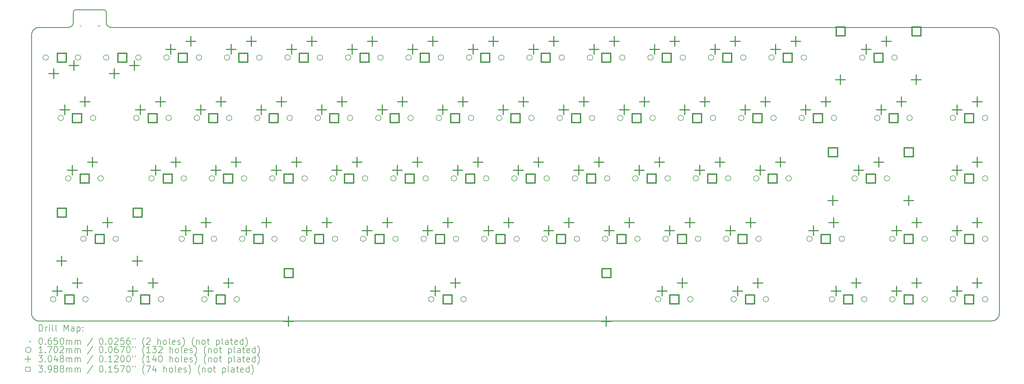
<source format=gbr>
%TF.GenerationSoftware,KiCad,Pcbnew,(6.0.8)*%
%TF.CreationDate,2023-04-08T23:36:12-04:00*%
%TF.ProjectId,keeb,6b656562-2e6b-4696-9361-645f70636258,rev?*%
%TF.SameCoordinates,Original*%
%TF.FileFunction,Drillmap*%
%TF.FilePolarity,Positive*%
%FSLAX45Y45*%
G04 Gerber Fmt 4.5, Leading zero omitted, Abs format (unit mm)*
G04 Created by KiCad (PCBNEW (6.0.8)) date 2023-04-08 23:36:12*
%MOMM*%
%LPD*%
G01*
G04 APERTURE LIST*
%ADD10C,0.250000*%
%ADD11C,0.200000*%
%ADD12C,0.065000*%
%ADD13C,0.170180*%
%ADD14C,0.304800*%
%ADD15C,0.398780*%
G04 APERTURE END LIST*
D10*
X8543605Y-6665056D02*
X8538764Y-6637624D01*
X8525386Y-6614306D01*
X8505192Y-6596823D01*
X8479900Y-6586893D01*
X8463821Y-6585273D01*
X7586218Y-6585273D02*
X7558785Y-6590114D01*
X7535468Y-6603491D01*
X7517984Y-6623685D01*
X7508055Y-6648977D01*
X7506434Y-6665056D01*
X6190028Y-7383097D02*
X6190028Y-16159140D01*
X20790174Y-7143750D02*
X36427486Y-7143750D01*
X6429375Y-7143750D02*
X7346871Y-7143750D01*
X36666830Y-7383097D02*
X36666830Y-16159140D01*
X7586218Y-6585273D02*
X8463821Y-6585273D01*
X8543605Y-6984185D02*
X8546847Y-7016343D01*
X8556144Y-7046295D01*
X8570856Y-7073399D01*
X8590339Y-7097014D01*
X8613954Y-7116499D01*
X8641058Y-7131210D01*
X8671010Y-7140508D01*
X8703168Y-7143750D01*
X8703168Y-7143750D02*
X20790174Y-7143750D01*
X6429375Y-7143750D02*
X6392925Y-7146508D01*
X6358201Y-7154510D01*
X6325609Y-7167352D01*
X6295554Y-7184626D01*
X6268444Y-7205927D01*
X6244684Y-7230849D01*
X6224679Y-7258986D01*
X6208837Y-7289931D01*
X6197564Y-7323280D01*
X6191264Y-7358625D01*
X6190028Y-7383097D01*
X6429375Y-16398486D02*
X36427486Y-16398486D01*
X36427486Y-16398486D02*
X36463935Y-16395729D01*
X36498658Y-16387726D01*
X36531250Y-16374884D01*
X36561304Y-16357610D01*
X36588414Y-16336309D01*
X36612174Y-16311387D01*
X36632179Y-16283250D01*
X36648021Y-16252305D01*
X36659295Y-16218957D01*
X36665595Y-16183612D01*
X36666830Y-16159140D01*
X7346871Y-7143750D02*
X7379029Y-7140508D01*
X7408981Y-7131210D01*
X7436085Y-7116499D01*
X7459700Y-7097014D01*
X7479183Y-7073399D01*
X7493895Y-7046295D01*
X7503192Y-7016343D01*
X7506434Y-6984185D01*
X6190028Y-16159140D02*
X6192786Y-16195590D01*
X6200789Y-16230315D01*
X6213631Y-16262907D01*
X6230905Y-16292961D01*
X6252206Y-16320072D01*
X6277129Y-16343832D01*
X6305265Y-16363836D01*
X6336211Y-16379677D01*
X6369559Y-16390951D01*
X6404903Y-16397251D01*
X6429375Y-16398486D01*
X7506434Y-6665056D02*
X7506434Y-6984185D01*
X8543605Y-6665056D02*
X8543605Y-6984185D01*
X36666830Y-7383094D02*
X36664073Y-7346644D01*
X36656070Y-7311920D01*
X36643228Y-7279328D01*
X36625953Y-7249274D01*
X36604652Y-7222164D01*
X36579729Y-7198404D01*
X36551593Y-7178400D01*
X36520648Y-7162559D01*
X36487301Y-7151285D01*
X36451957Y-7144986D01*
X36427486Y-7143750D01*
D11*
D12*
X7702233Y-7059563D02*
X7767233Y-7124563D01*
X7767233Y-7059563D02*
X7702233Y-7124563D01*
X8280233Y-7059563D02*
X8345233Y-7124563D01*
X8345233Y-7059563D02*
X8280233Y-7124563D01*
D13*
X6722315Y-8096250D02*
G75*
G03*
X6722315Y-8096250I-85090J0D01*
G01*
X6960440Y-15716250D02*
G75*
G03*
X6960440Y-15716250I-85090J0D01*
G01*
X7198565Y-10001250D02*
G75*
G03*
X7198565Y-10001250I-85090J0D01*
G01*
X7436690Y-11906250D02*
G75*
G03*
X7436690Y-11906250I-85090J0D01*
G01*
X7738315Y-8096250D02*
G75*
G03*
X7738315Y-8096250I-85090J0D01*
G01*
X7912940Y-13811250D02*
G75*
G03*
X7912940Y-13811250I-85090J0D01*
G01*
X7976440Y-15716250D02*
G75*
G03*
X7976440Y-15716250I-85090J0D01*
G01*
X8214565Y-10001250D02*
G75*
G03*
X8214565Y-10001250I-85090J0D01*
G01*
X8452690Y-11906250D02*
G75*
G03*
X8452690Y-11906250I-85090J0D01*
G01*
X8627315Y-8096250D02*
G75*
G03*
X8627315Y-8096250I-85090J0D01*
G01*
X8928940Y-13811250D02*
G75*
G03*
X8928940Y-13811250I-85090J0D01*
G01*
X9341690Y-15716250D02*
G75*
G03*
X9341690Y-15716250I-85090J0D01*
G01*
X9580190Y-10001250D02*
G75*
G03*
X9580190Y-10001250I-85090J0D01*
G01*
X9643315Y-8096250D02*
G75*
G03*
X9643315Y-8096250I-85090J0D01*
G01*
X10056065Y-11906250D02*
G75*
G03*
X10056065Y-11906250I-85090J0D01*
G01*
X10357690Y-15716250D02*
G75*
G03*
X10357690Y-15716250I-85090J0D01*
G01*
X10532315Y-8096250D02*
G75*
G03*
X10532315Y-8096250I-85090J0D01*
G01*
X10596190Y-10001250D02*
G75*
G03*
X10596190Y-10001250I-85090J0D01*
G01*
X11008565Y-13811250D02*
G75*
G03*
X11008565Y-13811250I-85090J0D01*
G01*
X11072065Y-11906250D02*
G75*
G03*
X11072065Y-11906250I-85090J0D01*
G01*
X11484815Y-10001250D02*
G75*
G03*
X11484815Y-10001250I-85090J0D01*
G01*
X11548315Y-8096250D02*
G75*
G03*
X11548315Y-8096250I-85090J0D01*
G01*
X11722940Y-15716250D02*
G75*
G03*
X11722940Y-15716250I-85090J0D01*
G01*
X11956190Y-11906250D02*
G75*
G03*
X11956190Y-11906250I-85090J0D01*
G01*
X12024565Y-13811250D02*
G75*
G03*
X12024565Y-13811250I-85090J0D01*
G01*
X12437315Y-8096250D02*
G75*
G03*
X12437315Y-8096250I-85090J0D01*
G01*
X12500815Y-10001250D02*
G75*
G03*
X12500815Y-10001250I-85090J0D01*
G01*
X12738940Y-15716250D02*
G75*
G03*
X12738940Y-15716250I-85090J0D01*
G01*
X12913565Y-13811250D02*
G75*
G03*
X12913565Y-13811250I-85090J0D01*
G01*
X12972190Y-11906250D02*
G75*
G03*
X12972190Y-11906250I-85090J0D01*
G01*
X13389815Y-10001250D02*
G75*
G03*
X13389815Y-10001250I-85090J0D01*
G01*
X13453315Y-8096250D02*
G75*
G03*
X13453315Y-8096250I-85090J0D01*
G01*
X13861190Y-11906250D02*
G75*
G03*
X13861190Y-11906250I-85090J0D01*
G01*
X13929565Y-13811250D02*
G75*
G03*
X13929565Y-13811250I-85090J0D01*
G01*
X14342315Y-8096250D02*
G75*
G03*
X14342315Y-8096250I-85090J0D01*
G01*
X14405815Y-10001250D02*
G75*
G03*
X14405815Y-10001250I-85090J0D01*
G01*
X14819820Y-13811250D02*
G75*
G03*
X14819820Y-13811250I-85090J0D01*
G01*
X14877190Y-11906250D02*
G75*
G03*
X14877190Y-11906250I-85090J0D01*
G01*
X15294815Y-10001250D02*
G75*
G03*
X15294815Y-10001250I-85090J0D01*
G01*
X15358315Y-8096250D02*
G75*
G03*
X15358315Y-8096250I-85090J0D01*
G01*
X15766190Y-11906250D02*
G75*
G03*
X15766190Y-11906250I-85090J0D01*
G01*
X15835820Y-13811250D02*
G75*
G03*
X15835820Y-13811250I-85090J0D01*
G01*
X16250490Y-8096250D02*
G75*
G03*
X16250490Y-8096250I-85090J0D01*
G01*
X16310815Y-10001250D02*
G75*
G03*
X16310815Y-10001250I-85090J0D01*
G01*
X16724820Y-13811250D02*
G75*
G03*
X16724820Y-13811250I-85090J0D01*
G01*
X16782190Y-11906250D02*
G75*
G03*
X16782190Y-11906250I-85090J0D01*
G01*
X17199815Y-10001250D02*
G75*
G03*
X17199815Y-10001250I-85090J0D01*
G01*
X17266490Y-8096250D02*
G75*
G03*
X17266490Y-8096250I-85090J0D01*
G01*
X17674590Y-11906250D02*
G75*
G03*
X17674590Y-11906250I-85090J0D01*
G01*
X17740821Y-13811250D02*
G75*
G03*
X17740821Y-13811250I-85090J0D01*
G01*
X18152315Y-8096250D02*
G75*
G03*
X18152315Y-8096250I-85090J0D01*
G01*
X18215815Y-10001250D02*
G75*
G03*
X18215815Y-10001250I-85090J0D01*
G01*
X18629821Y-13811250D02*
G75*
G03*
X18629821Y-13811250I-85090J0D01*
G01*
X18690590Y-11906250D02*
G75*
G03*
X18690590Y-11906250I-85090J0D01*
G01*
X18866691Y-15716250D02*
G75*
G03*
X18866691Y-15716250I-85090J0D01*
G01*
X19104815Y-10001250D02*
G75*
G03*
X19104815Y-10001250I-85090J0D01*
G01*
X19168315Y-8096250D02*
G75*
G03*
X19168315Y-8096250I-85090J0D01*
G01*
X19579590Y-11906250D02*
G75*
G03*
X19579590Y-11906250I-85090J0D01*
G01*
X19645821Y-13811250D02*
G75*
G03*
X19645821Y-13811250I-85090J0D01*
G01*
X19882691Y-15716250D02*
G75*
G03*
X19882691Y-15716250I-85090J0D01*
G01*
X20057315Y-8096250D02*
G75*
G03*
X20057315Y-8096250I-85090J0D01*
G01*
X20120815Y-10001250D02*
G75*
G03*
X20120815Y-10001250I-85090J0D01*
G01*
X20539471Y-13811250D02*
G75*
G03*
X20539471Y-13811250I-85090J0D01*
G01*
X20595590Y-11906250D02*
G75*
G03*
X20595590Y-11906250I-85090J0D01*
G01*
X21007261Y-10001250D02*
G75*
G03*
X21007261Y-10001250I-85090J0D01*
G01*
X21073315Y-8096250D02*
G75*
G03*
X21073315Y-8096250I-85090J0D01*
G01*
X21484590Y-11906250D02*
G75*
G03*
X21484590Y-11906250I-85090J0D01*
G01*
X21555471Y-13811250D02*
G75*
G03*
X21555471Y-13811250I-85090J0D01*
G01*
X21962315Y-8096250D02*
G75*
G03*
X21962315Y-8096250I-85090J0D01*
G01*
X22023261Y-10001250D02*
G75*
G03*
X22023261Y-10001250I-85090J0D01*
G01*
X22439820Y-13811250D02*
G75*
G03*
X22439820Y-13811250I-85090J0D01*
G01*
X22500590Y-11906250D02*
G75*
G03*
X22500590Y-11906250I-85090J0D01*
G01*
X22914815Y-10001250D02*
G75*
G03*
X22914815Y-10001250I-85090J0D01*
G01*
X22978315Y-8096250D02*
G75*
G03*
X22978315Y-8096250I-85090J0D01*
G01*
X23389590Y-11906250D02*
G75*
G03*
X23389590Y-11906250I-85090J0D01*
G01*
X23455820Y-13811250D02*
G75*
G03*
X23455820Y-13811250I-85090J0D01*
G01*
X23867315Y-8096250D02*
G75*
G03*
X23867315Y-8096250I-85090J0D01*
G01*
X23930815Y-10001250D02*
G75*
G03*
X23930815Y-10001250I-85090J0D01*
G01*
X24344820Y-13811250D02*
G75*
G03*
X24344820Y-13811250I-85090J0D01*
G01*
X24405590Y-11906250D02*
G75*
G03*
X24405590Y-11906250I-85090J0D01*
G01*
X24819815Y-10001250D02*
G75*
G03*
X24819815Y-10001250I-85090J0D01*
G01*
X24883315Y-8096250D02*
G75*
G03*
X24883315Y-8096250I-85090J0D01*
G01*
X25294590Y-11906250D02*
G75*
G03*
X25294590Y-11906250I-85090J0D01*
G01*
X25360820Y-13811250D02*
G75*
G03*
X25360820Y-13811250I-85090J0D01*
G01*
X25772315Y-8096250D02*
G75*
G03*
X25772315Y-8096250I-85090J0D01*
G01*
X25835815Y-10001250D02*
G75*
G03*
X25835815Y-10001250I-85090J0D01*
G01*
X26010440Y-15716250D02*
G75*
G03*
X26010440Y-15716250I-85090J0D01*
G01*
X26249820Y-13811250D02*
G75*
G03*
X26249820Y-13811250I-85090J0D01*
G01*
X26310590Y-11906250D02*
G75*
G03*
X26310590Y-11906250I-85090J0D01*
G01*
X26724815Y-10001250D02*
G75*
G03*
X26724815Y-10001250I-85090J0D01*
G01*
X26788315Y-8096250D02*
G75*
G03*
X26788315Y-8096250I-85090J0D01*
G01*
X27026440Y-15716250D02*
G75*
G03*
X27026440Y-15716250I-85090J0D01*
G01*
X27199590Y-11906250D02*
G75*
G03*
X27199590Y-11906250I-85090J0D01*
G01*
X27265820Y-13811250D02*
G75*
G03*
X27265820Y-13811250I-85090J0D01*
G01*
X27677315Y-8096250D02*
G75*
G03*
X27677315Y-8096250I-85090J0D01*
G01*
X27740815Y-10001250D02*
G75*
G03*
X27740815Y-10001250I-85090J0D01*
G01*
X28159470Y-13811250D02*
G75*
G03*
X28159470Y-13811250I-85090J0D01*
G01*
X28215590Y-11906250D02*
G75*
G03*
X28215590Y-11906250I-85090J0D01*
G01*
X28391690Y-15716250D02*
G75*
G03*
X28391690Y-15716250I-85090J0D01*
G01*
X28628340Y-10001250D02*
G75*
G03*
X28628340Y-10001250I-85090J0D01*
G01*
X28693315Y-8096250D02*
G75*
G03*
X28693315Y-8096250I-85090J0D01*
G01*
X29104590Y-11906250D02*
G75*
G03*
X29104590Y-11906250I-85090J0D01*
G01*
X29175470Y-13811250D02*
G75*
G03*
X29175470Y-13811250I-85090J0D01*
G01*
X29407690Y-15716250D02*
G75*
G03*
X29407690Y-15716250I-85090J0D01*
G01*
X29582315Y-8096250D02*
G75*
G03*
X29582315Y-8096250I-85090J0D01*
G01*
X29644340Y-10001250D02*
G75*
G03*
X29644340Y-10001250I-85090J0D01*
G01*
X30120590Y-11906250D02*
G75*
G03*
X30120590Y-11906250I-85090J0D01*
G01*
X30533340Y-10001250D02*
G75*
G03*
X30533340Y-10001250I-85090J0D01*
G01*
X30598315Y-8096250D02*
G75*
G03*
X30598315Y-8096250I-85090J0D01*
G01*
X30778845Y-13811250D02*
G75*
G03*
X30778845Y-13811250I-85090J0D01*
G01*
X31485840Y-15716250D02*
G75*
G03*
X31485840Y-15716250I-85090J0D01*
G01*
X31549340Y-10001250D02*
G75*
G03*
X31549340Y-10001250I-85090J0D01*
G01*
X31794845Y-13811250D02*
G75*
G03*
X31794845Y-13811250I-85090J0D01*
G01*
X32200215Y-11906250D02*
G75*
G03*
X32200215Y-11906250I-85090J0D01*
G01*
X32439815Y-8096250D02*
G75*
G03*
X32439815Y-8096250I-85090J0D01*
G01*
X32501840Y-15716250D02*
G75*
G03*
X32501840Y-15716250I-85090J0D01*
G01*
X32914590Y-10001250D02*
G75*
G03*
X32914590Y-10001250I-85090J0D01*
G01*
X33216215Y-11906250D02*
G75*
G03*
X33216215Y-11906250I-85090J0D01*
G01*
X33390840Y-13811250D02*
G75*
G03*
X33390840Y-13811250I-85090J0D01*
G01*
X33390840Y-15716250D02*
G75*
G03*
X33390840Y-15716250I-85090J0D01*
G01*
X33455815Y-8096250D02*
G75*
G03*
X33455815Y-8096250I-85090J0D01*
G01*
X33930590Y-10001250D02*
G75*
G03*
X33930590Y-10001250I-85090J0D01*
G01*
X34406840Y-13811250D02*
G75*
G03*
X34406840Y-13811250I-85090J0D01*
G01*
X34406840Y-15716250D02*
G75*
G03*
X34406840Y-15716250I-85090J0D01*
G01*
X35295840Y-10001250D02*
G75*
G03*
X35295840Y-10001250I-85090J0D01*
G01*
X35295840Y-11906250D02*
G75*
G03*
X35295840Y-11906250I-85090J0D01*
G01*
X35295840Y-13811250D02*
G75*
G03*
X35295840Y-13811250I-85090J0D01*
G01*
X35295840Y-15716250D02*
G75*
G03*
X35295840Y-15716250I-85090J0D01*
G01*
X36311840Y-10001250D02*
G75*
G03*
X36311840Y-10001250I-85090J0D01*
G01*
X36311840Y-11906250D02*
G75*
G03*
X36311840Y-11906250I-85090J0D01*
G01*
X36311840Y-13811250D02*
G75*
G03*
X36311840Y-13811250I-85090J0D01*
G01*
X36311840Y-15716250D02*
G75*
G03*
X36311840Y-15716250I-85090J0D01*
G01*
D14*
X6891225Y-8451850D02*
X6891225Y-8756650D01*
X6738825Y-8604250D02*
X7043625Y-8604250D01*
X7002350Y-15309850D02*
X7002350Y-15614650D01*
X6849950Y-15462250D02*
X7154750Y-15462250D01*
X7142050Y-14357350D02*
X7142050Y-14662150D01*
X6989650Y-14509750D02*
X7294450Y-14509750D01*
X7240475Y-9594850D02*
X7240475Y-9899650D01*
X7088075Y-9747250D02*
X7392875Y-9747250D01*
X7478600Y-11499850D02*
X7478600Y-11804650D01*
X7326200Y-11652250D02*
X7631000Y-11652250D01*
X7526225Y-8197850D02*
X7526225Y-8502650D01*
X7373825Y-8350250D02*
X7678625Y-8350250D01*
X7637350Y-15055850D02*
X7637350Y-15360650D01*
X7484950Y-15208250D02*
X7789750Y-15208250D01*
X7875475Y-9340850D02*
X7875475Y-9645650D01*
X7723075Y-9493250D02*
X8027875Y-9493250D01*
X7954850Y-13404850D02*
X7954850Y-13709650D01*
X7802450Y-13557250D02*
X8107250Y-13557250D01*
X8113600Y-11245850D02*
X8113600Y-11550650D01*
X7961200Y-11398250D02*
X8266000Y-11398250D01*
X8589850Y-13150850D02*
X8589850Y-13455650D01*
X8437450Y-13303250D02*
X8742250Y-13303250D01*
X8796225Y-8451850D02*
X8796225Y-8756650D01*
X8643825Y-8604250D02*
X8948625Y-8604250D01*
X9383600Y-15309850D02*
X9383600Y-15614650D01*
X9231200Y-15462250D02*
X9536000Y-15462250D01*
X9431225Y-8197850D02*
X9431225Y-8502650D01*
X9278825Y-8350250D02*
X9583625Y-8350250D01*
X9529650Y-14357350D02*
X9529650Y-14662150D01*
X9377250Y-14509750D02*
X9682050Y-14509750D01*
X9622100Y-9594850D02*
X9622100Y-9899650D01*
X9469700Y-9747250D02*
X9774500Y-9747250D01*
X10018600Y-15055850D02*
X10018600Y-15360650D01*
X9866200Y-15208250D02*
X10171000Y-15208250D01*
X10097975Y-11499850D02*
X10097975Y-11804650D01*
X9945575Y-11652250D02*
X10250375Y-11652250D01*
X10257100Y-9340850D02*
X10257100Y-9645650D01*
X10104700Y-9493250D02*
X10409500Y-9493250D01*
X10574225Y-7689850D02*
X10574225Y-7994650D01*
X10421825Y-7842250D02*
X10726625Y-7842250D01*
X10732975Y-11245850D02*
X10732975Y-11550650D01*
X10580575Y-11398250D02*
X10885375Y-11398250D01*
X11050475Y-13404850D02*
X11050475Y-13709650D01*
X10898075Y-13557250D02*
X11202875Y-13557250D01*
X11209225Y-7435850D02*
X11209225Y-7740650D01*
X11056825Y-7588250D02*
X11361625Y-7588250D01*
X11526725Y-9594850D02*
X11526725Y-9899650D01*
X11374325Y-9747250D02*
X11679125Y-9747250D01*
X11685475Y-13150850D02*
X11685475Y-13455650D01*
X11533075Y-13303250D02*
X11837875Y-13303250D01*
X11764850Y-15309850D02*
X11764850Y-15614650D01*
X11612450Y-15462250D02*
X11917250Y-15462250D01*
X11998100Y-11499850D02*
X11998100Y-11804650D01*
X11845700Y-11652250D02*
X12150500Y-11652250D01*
X12161725Y-9340850D02*
X12161725Y-9645650D01*
X12009325Y-9493250D02*
X12314125Y-9493250D01*
X12399850Y-15055850D02*
X12399850Y-15360650D01*
X12247450Y-15208250D02*
X12552250Y-15208250D01*
X12479225Y-7689850D02*
X12479225Y-7994650D01*
X12326825Y-7842250D02*
X12631625Y-7842250D01*
X12633100Y-11245850D02*
X12633100Y-11550650D01*
X12480700Y-11398250D02*
X12785500Y-11398250D01*
X12955475Y-13404850D02*
X12955475Y-13709650D01*
X12803075Y-13557250D02*
X13107875Y-13557250D01*
X13114225Y-7435850D02*
X13114225Y-7740650D01*
X12961825Y-7588250D02*
X13266625Y-7588250D01*
X13431725Y-9594850D02*
X13431725Y-9899650D01*
X13279325Y-9747250D02*
X13584125Y-9747250D01*
X13590475Y-13150850D02*
X13590475Y-13455650D01*
X13438075Y-13303250D02*
X13742875Y-13303250D01*
X13903100Y-11499850D02*
X13903100Y-11804650D01*
X13750700Y-11652250D02*
X14055500Y-11652250D01*
X14066725Y-9340850D02*
X14066725Y-9645650D01*
X13914325Y-9493250D02*
X14219125Y-9493250D01*
X14285801Y-16262350D02*
X14285801Y-16567150D01*
X14133401Y-16414750D02*
X14438201Y-16414750D01*
X14384225Y-7689850D02*
X14384225Y-7994650D01*
X14231825Y-7842250D02*
X14536625Y-7842250D01*
X14538100Y-11245850D02*
X14538100Y-11550650D01*
X14385700Y-11398250D02*
X14690500Y-11398250D01*
X14861730Y-13404850D02*
X14861730Y-13709650D01*
X14709330Y-13557250D02*
X15014130Y-13557250D01*
X15019225Y-7435850D02*
X15019225Y-7740650D01*
X14866825Y-7588250D02*
X15171625Y-7588250D01*
X15336725Y-9594850D02*
X15336725Y-9899650D01*
X15184325Y-9747250D02*
X15489125Y-9747250D01*
X15496730Y-13150850D02*
X15496730Y-13455650D01*
X15344330Y-13303250D02*
X15649130Y-13303250D01*
X15808100Y-11499850D02*
X15808100Y-11804650D01*
X15655700Y-11652250D02*
X15960500Y-11652250D01*
X15971725Y-9340850D02*
X15971725Y-9645650D01*
X15819325Y-9493250D02*
X16124125Y-9493250D01*
X16292400Y-7689850D02*
X16292400Y-7994650D01*
X16140000Y-7842250D02*
X16444800Y-7842250D01*
X16443100Y-11245850D02*
X16443100Y-11550650D01*
X16290700Y-11398250D02*
X16595500Y-11398250D01*
X16766730Y-13404850D02*
X16766730Y-13709650D01*
X16614330Y-13557250D02*
X16919131Y-13557250D01*
X16927400Y-7435850D02*
X16927400Y-7740650D01*
X16775000Y-7588250D02*
X17079800Y-7588250D01*
X17241725Y-9594850D02*
X17241725Y-9899650D01*
X17089325Y-9747250D02*
X17394125Y-9747250D01*
X17401731Y-13150850D02*
X17401731Y-13455650D01*
X17249331Y-13303250D02*
X17554131Y-13303250D01*
X17716500Y-11499850D02*
X17716500Y-11804650D01*
X17564100Y-11652250D02*
X17868900Y-11652250D01*
X17876725Y-9340850D02*
X17876725Y-9645650D01*
X17724325Y-9493250D02*
X18029125Y-9493250D01*
X18194225Y-7689850D02*
X18194225Y-7994650D01*
X18041825Y-7842250D02*
X18346625Y-7842250D01*
X18351500Y-11245850D02*
X18351500Y-11550650D01*
X18199100Y-11398250D02*
X18503900Y-11398250D01*
X18671731Y-13404850D02*
X18671731Y-13709650D01*
X18519331Y-13557250D02*
X18824131Y-13557250D01*
X18829225Y-7435850D02*
X18829225Y-7740650D01*
X18676825Y-7588250D02*
X18981625Y-7588250D01*
X18908601Y-15309850D02*
X18908601Y-15614650D01*
X18756201Y-15462250D02*
X19061001Y-15462250D01*
X19146725Y-9594850D02*
X19146725Y-9899650D01*
X18994325Y-9747250D02*
X19299125Y-9747250D01*
X19306731Y-13150850D02*
X19306731Y-13455650D01*
X19154331Y-13303250D02*
X19459131Y-13303250D01*
X19543601Y-15055850D02*
X19543601Y-15360650D01*
X19391201Y-15208250D02*
X19696001Y-15208250D01*
X19621500Y-11499850D02*
X19621500Y-11804650D01*
X19469100Y-11652250D02*
X19773900Y-11652250D01*
X19781725Y-9340850D02*
X19781725Y-9645650D01*
X19629325Y-9493250D02*
X19934125Y-9493250D01*
X20099225Y-7689850D02*
X20099225Y-7994650D01*
X19946825Y-7842250D02*
X20251625Y-7842250D01*
X20256500Y-11245850D02*
X20256500Y-11550650D01*
X20104100Y-11398250D02*
X20408900Y-11398250D01*
X20581381Y-13404850D02*
X20581381Y-13709650D01*
X20428981Y-13557250D02*
X20733781Y-13557250D01*
X20734225Y-7435850D02*
X20734225Y-7740650D01*
X20581825Y-7588250D02*
X20886625Y-7588250D01*
X21049171Y-9594850D02*
X21049171Y-9899650D01*
X20896771Y-9747250D02*
X21201571Y-9747250D01*
X21216381Y-13150850D02*
X21216381Y-13455650D01*
X21063981Y-13303250D02*
X21368781Y-13303250D01*
X21526500Y-11499850D02*
X21526500Y-11804650D01*
X21374100Y-11652250D02*
X21678900Y-11652250D01*
X21684171Y-9340850D02*
X21684171Y-9645650D01*
X21531771Y-9493250D02*
X21836571Y-9493250D01*
X22004225Y-7689850D02*
X22004225Y-7994650D01*
X21851825Y-7842250D02*
X22156625Y-7842250D01*
X22161500Y-11245850D02*
X22161500Y-11550650D01*
X22009100Y-11398250D02*
X22313900Y-11398250D01*
X22481730Y-13404850D02*
X22481730Y-13709650D01*
X22329331Y-13557250D02*
X22634130Y-13557250D01*
X22639225Y-7435850D02*
X22639225Y-7740650D01*
X22486825Y-7588250D02*
X22791625Y-7588250D01*
X22956725Y-9594850D02*
X22956725Y-9899650D01*
X22804325Y-9747250D02*
X23109125Y-9747250D01*
X23116730Y-13150850D02*
X23116730Y-13455650D01*
X22964330Y-13303250D02*
X23269130Y-13303250D01*
X23431500Y-11499850D02*
X23431500Y-11804650D01*
X23279100Y-11652250D02*
X23583900Y-11652250D01*
X23591725Y-9340850D02*
X23591725Y-9645650D01*
X23439325Y-9493250D02*
X23744125Y-9493250D01*
X23909225Y-7689850D02*
X23909225Y-7994650D01*
X23756825Y-7842250D02*
X24061625Y-7842250D01*
X24066500Y-11245850D02*
X24066500Y-11550650D01*
X23914100Y-11398250D02*
X24218900Y-11398250D01*
X24293401Y-16262350D02*
X24293401Y-16567150D01*
X24141001Y-16414750D02*
X24445801Y-16414750D01*
X24386730Y-13404850D02*
X24386730Y-13709650D01*
X24234330Y-13557250D02*
X24539130Y-13557250D01*
X24544225Y-7435850D02*
X24544225Y-7740650D01*
X24391825Y-7588250D02*
X24696625Y-7588250D01*
X24861725Y-9594850D02*
X24861725Y-9899650D01*
X24709325Y-9747250D02*
X25014125Y-9747250D01*
X25021730Y-13150850D02*
X25021730Y-13455650D01*
X24869330Y-13303250D02*
X25174130Y-13303250D01*
X25336500Y-11499850D02*
X25336500Y-11804650D01*
X25184100Y-11652250D02*
X25488900Y-11652250D01*
X25496725Y-9340850D02*
X25496725Y-9645650D01*
X25344325Y-9493250D02*
X25649125Y-9493250D01*
X25814225Y-7689850D02*
X25814225Y-7994650D01*
X25661825Y-7842250D02*
X25966625Y-7842250D01*
X25971500Y-11245850D02*
X25971500Y-11550650D01*
X25819100Y-11398250D02*
X26123900Y-11398250D01*
X26052350Y-15309850D02*
X26052350Y-15614650D01*
X25899950Y-15462250D02*
X26204750Y-15462250D01*
X26291730Y-13404850D02*
X26291730Y-13709650D01*
X26139330Y-13557250D02*
X26444130Y-13557250D01*
X26449225Y-7435850D02*
X26449225Y-7740650D01*
X26296825Y-7588250D02*
X26601625Y-7588250D01*
X26687350Y-15055850D02*
X26687350Y-15360650D01*
X26534950Y-15208250D02*
X26839750Y-15208250D01*
X26766725Y-9594850D02*
X26766725Y-9899650D01*
X26614325Y-9747250D02*
X26919125Y-9747250D01*
X26926730Y-13150850D02*
X26926730Y-13455650D01*
X26774330Y-13303250D02*
X27079130Y-13303250D01*
X27241500Y-11499850D02*
X27241500Y-11804650D01*
X27089100Y-11652250D02*
X27393900Y-11652250D01*
X27401725Y-9340850D02*
X27401725Y-9645650D01*
X27249325Y-9493250D02*
X27554125Y-9493250D01*
X27719225Y-7689850D02*
X27719225Y-7994650D01*
X27566825Y-7842250D02*
X27871625Y-7842250D01*
X27876500Y-11245850D02*
X27876500Y-11550650D01*
X27724100Y-11398250D02*
X28028900Y-11398250D01*
X28201380Y-13404850D02*
X28201380Y-13709650D01*
X28048980Y-13557250D02*
X28353780Y-13557250D01*
X28354225Y-7435850D02*
X28354225Y-7740650D01*
X28201825Y-7588250D02*
X28506625Y-7588250D01*
X28433600Y-15309850D02*
X28433600Y-15614650D01*
X28281200Y-15462250D02*
X28586000Y-15462250D01*
X28670250Y-9594850D02*
X28670250Y-9899650D01*
X28517850Y-9747250D02*
X28822650Y-9747250D01*
X28836380Y-13150850D02*
X28836380Y-13455650D01*
X28683980Y-13303250D02*
X28988780Y-13303250D01*
X29068600Y-15055850D02*
X29068600Y-15360650D01*
X28916200Y-15208250D02*
X29221000Y-15208250D01*
X29146500Y-11499850D02*
X29146500Y-11804650D01*
X28994100Y-11652250D02*
X29298900Y-11652250D01*
X29305250Y-9340850D02*
X29305250Y-9645650D01*
X29152850Y-9493250D02*
X29457650Y-9493250D01*
X29624225Y-7689850D02*
X29624225Y-7994650D01*
X29471825Y-7842250D02*
X29776625Y-7842250D01*
X29781500Y-11245850D02*
X29781500Y-11550650D01*
X29629100Y-11398250D02*
X29933900Y-11398250D01*
X30259225Y-7435850D02*
X30259225Y-7740650D01*
X30106825Y-7588250D02*
X30411625Y-7588250D01*
X30575250Y-9594850D02*
X30575250Y-9899650D01*
X30422850Y-9747250D02*
X30727650Y-9747250D01*
X30820755Y-13404850D02*
X30820755Y-13709650D01*
X30668355Y-13557250D02*
X30973155Y-13557250D01*
X31210250Y-9340850D02*
X31210250Y-9645650D01*
X31057850Y-9493250D02*
X31362650Y-9493250D01*
X31429325Y-12452350D02*
X31429325Y-12757150D01*
X31276925Y-12604750D02*
X31581725Y-12604750D01*
X31455755Y-13150850D02*
X31455755Y-13455650D01*
X31303355Y-13303250D02*
X31608155Y-13303250D01*
X31527750Y-15309850D02*
X31527750Y-15614650D01*
X31375350Y-15462250D02*
X31680150Y-15462250D01*
X31668925Y-8642350D02*
X31668925Y-8947150D01*
X31516525Y-8794750D02*
X31821325Y-8794750D01*
X32162750Y-15055850D02*
X32162750Y-15360650D01*
X32010350Y-15208250D02*
X32315150Y-15208250D01*
X32242125Y-11499850D02*
X32242125Y-11804650D01*
X32089725Y-11652250D02*
X32394525Y-11652250D01*
X32481725Y-7689850D02*
X32481725Y-7994650D01*
X32329325Y-7842250D02*
X32634125Y-7842250D01*
X32877125Y-11245850D02*
X32877125Y-11550650D01*
X32724725Y-11398250D02*
X33029525Y-11398250D01*
X32956500Y-9594850D02*
X32956500Y-9899650D01*
X32804100Y-9747250D02*
X33108900Y-9747250D01*
X33116725Y-7435850D02*
X33116725Y-7740650D01*
X32964325Y-7588250D02*
X33269125Y-7588250D01*
X33432750Y-13404850D02*
X33432750Y-13709650D01*
X33280350Y-13557250D02*
X33585150Y-13557250D01*
X33432750Y-15309850D02*
X33432750Y-15614650D01*
X33280350Y-15462250D02*
X33585150Y-15462250D01*
X33591500Y-9340850D02*
X33591500Y-9645650D01*
X33439100Y-9493250D02*
X33743900Y-9493250D01*
X33816925Y-12452350D02*
X33816925Y-12757150D01*
X33664525Y-12604750D02*
X33969325Y-12604750D01*
X34056525Y-8642350D02*
X34056525Y-8947150D01*
X33904125Y-8794750D02*
X34208925Y-8794750D01*
X34067750Y-13150850D02*
X34067750Y-13455650D01*
X33915350Y-13303250D02*
X34220150Y-13303250D01*
X34067750Y-15055850D02*
X34067750Y-15360650D01*
X33915350Y-15208250D02*
X34220150Y-15208250D01*
X35337750Y-9594850D02*
X35337750Y-9899650D01*
X35185350Y-9747250D02*
X35490150Y-9747250D01*
X35337750Y-11499850D02*
X35337750Y-11804650D01*
X35185350Y-11652250D02*
X35490150Y-11652250D01*
X35337750Y-13404850D02*
X35337750Y-13709650D01*
X35185350Y-13557250D02*
X35490150Y-13557250D01*
X35337750Y-15309850D02*
X35337750Y-15614650D01*
X35185350Y-15462250D02*
X35490150Y-15462250D01*
X35972750Y-9340850D02*
X35972750Y-9645650D01*
X35820350Y-9493250D02*
X36125150Y-9493250D01*
X35972750Y-11245850D02*
X35972750Y-11550650D01*
X35820350Y-11398250D02*
X36125150Y-11398250D01*
X35972750Y-13150850D02*
X35972750Y-13455650D01*
X35820350Y-13303250D02*
X36125150Y-13303250D01*
X35972750Y-15055850D02*
X35972750Y-15360650D01*
X35820350Y-15208250D02*
X36125150Y-15208250D01*
D15*
X7283041Y-13126741D02*
X7283041Y-12844759D01*
X7001059Y-12844759D01*
X7001059Y-13126741D01*
X7283041Y-13126741D01*
X7286216Y-8237241D02*
X7286216Y-7955259D01*
X7004234Y-7955259D01*
X7004234Y-8237241D01*
X7286216Y-8237241D01*
X7524341Y-15857241D02*
X7524341Y-15575259D01*
X7242359Y-15575259D01*
X7242359Y-15857241D01*
X7524341Y-15857241D01*
X7762466Y-10142241D02*
X7762466Y-9860259D01*
X7480484Y-9860259D01*
X7480484Y-10142241D01*
X7762466Y-10142241D01*
X8000591Y-12047241D02*
X8000591Y-11765259D01*
X7718609Y-11765259D01*
X7718609Y-12047241D01*
X8000591Y-12047241D01*
X8476841Y-13952241D02*
X8476841Y-13670259D01*
X8194859Y-13670259D01*
X8194859Y-13952241D01*
X8476841Y-13952241D01*
X9191216Y-8237241D02*
X9191216Y-7955259D01*
X8909234Y-7955259D01*
X8909234Y-8237241D01*
X9191216Y-8237241D01*
X9670641Y-13126741D02*
X9670641Y-12844759D01*
X9388659Y-12844759D01*
X9388659Y-13126741D01*
X9670641Y-13126741D01*
X9905591Y-15857241D02*
X9905591Y-15575259D01*
X9623609Y-15575259D01*
X9623609Y-15857241D01*
X9905591Y-15857241D01*
X10144091Y-10142241D02*
X10144091Y-9860259D01*
X9862109Y-9860259D01*
X9862109Y-10142241D01*
X10144091Y-10142241D01*
X10619966Y-12047241D02*
X10619966Y-11765259D01*
X10337984Y-11765259D01*
X10337984Y-12047241D01*
X10619966Y-12047241D01*
X11096216Y-8237241D02*
X11096216Y-7955259D01*
X10814234Y-7955259D01*
X10814234Y-8237241D01*
X11096216Y-8237241D01*
X11572466Y-13952241D02*
X11572466Y-13670259D01*
X11290484Y-13670259D01*
X11290484Y-13952241D01*
X11572466Y-13952241D01*
X12048716Y-10142241D02*
X12048716Y-9860259D01*
X11766734Y-9860259D01*
X11766734Y-10142241D01*
X12048716Y-10142241D01*
X12286841Y-15857241D02*
X12286841Y-15575259D01*
X12004859Y-15575259D01*
X12004859Y-15857241D01*
X12286841Y-15857241D01*
X12520091Y-12047241D02*
X12520091Y-11765259D01*
X12238109Y-11765259D01*
X12238109Y-12047241D01*
X12520091Y-12047241D01*
X13001216Y-8237241D02*
X13001216Y-7955259D01*
X12719234Y-7955259D01*
X12719234Y-8237241D01*
X13001216Y-8237241D01*
X13477466Y-13952241D02*
X13477466Y-13670259D01*
X13195484Y-13670259D01*
X13195484Y-13952241D01*
X13477466Y-13952241D01*
X13953716Y-10142241D02*
X13953716Y-9860259D01*
X13671734Y-9860259D01*
X13671734Y-10142241D01*
X13953716Y-10142241D01*
X14425091Y-12047241D02*
X14425091Y-11765259D01*
X14143109Y-11765259D01*
X14143109Y-12047241D01*
X14425091Y-12047241D01*
X14426792Y-15031741D02*
X14426792Y-14749759D01*
X14144809Y-14749759D01*
X14144809Y-15031741D01*
X14426792Y-15031741D01*
X14906216Y-8237241D02*
X14906216Y-7955259D01*
X14624234Y-7955259D01*
X14624234Y-8237241D01*
X14906216Y-8237241D01*
X15383722Y-13952241D02*
X15383722Y-13670259D01*
X15101739Y-13670259D01*
X15101739Y-13952241D01*
X15383722Y-13952241D01*
X15858716Y-10142241D02*
X15858716Y-9860259D01*
X15576734Y-9860259D01*
X15576734Y-10142241D01*
X15858716Y-10142241D01*
X16330091Y-12047241D02*
X16330091Y-11765259D01*
X16048109Y-11765259D01*
X16048109Y-12047241D01*
X16330091Y-12047241D01*
X16814391Y-8237241D02*
X16814391Y-7955259D01*
X16532409Y-7955259D01*
X16532409Y-8237241D01*
X16814391Y-8237241D01*
X17288722Y-13952241D02*
X17288722Y-13670259D01*
X17006739Y-13670259D01*
X17006739Y-13952241D01*
X17288722Y-13952241D01*
X17763716Y-10142241D02*
X17763716Y-9860259D01*
X17481734Y-9860259D01*
X17481734Y-10142241D01*
X17763716Y-10142241D01*
X18238491Y-12047241D02*
X18238491Y-11765259D01*
X17956509Y-11765259D01*
X17956509Y-12047241D01*
X18238491Y-12047241D01*
X18716216Y-8237241D02*
X18716216Y-7955259D01*
X18434234Y-7955259D01*
X18434234Y-8237241D01*
X18716216Y-8237241D01*
X19193722Y-13952241D02*
X19193722Y-13670259D01*
X18911739Y-13670259D01*
X18911739Y-13952241D01*
X19193722Y-13952241D01*
X19430592Y-15857241D02*
X19430592Y-15575259D01*
X19148609Y-15575259D01*
X19148609Y-15857241D01*
X19430592Y-15857241D01*
X19668716Y-10142241D02*
X19668716Y-9860259D01*
X19386734Y-9860259D01*
X19386734Y-10142241D01*
X19668716Y-10142241D01*
X20143491Y-12047241D02*
X20143491Y-11765259D01*
X19861509Y-11765259D01*
X19861509Y-12047241D01*
X20143491Y-12047241D01*
X20621216Y-8237241D02*
X20621216Y-7955259D01*
X20339234Y-7955259D01*
X20339234Y-8237241D01*
X20621216Y-8237241D01*
X21103372Y-13952241D02*
X21103372Y-13670259D01*
X20821389Y-13670259D01*
X20821389Y-13952241D01*
X21103372Y-13952241D01*
X21571162Y-10142241D02*
X21571162Y-9860259D01*
X21289180Y-9860259D01*
X21289180Y-10142241D01*
X21571162Y-10142241D01*
X22048491Y-12047241D02*
X22048491Y-11765259D01*
X21766509Y-11765259D01*
X21766509Y-12047241D01*
X22048491Y-12047241D01*
X22526216Y-8237241D02*
X22526216Y-7955259D01*
X22244234Y-7955259D01*
X22244234Y-8237241D01*
X22526216Y-8237241D01*
X23003722Y-13952241D02*
X23003722Y-13670259D01*
X22721739Y-13670259D01*
X22721739Y-13952241D01*
X23003722Y-13952241D01*
X23478716Y-10142241D02*
X23478716Y-9860259D01*
X23196734Y-9860259D01*
X23196734Y-10142241D01*
X23478716Y-10142241D01*
X23953491Y-12047241D02*
X23953491Y-11765259D01*
X23671509Y-11765259D01*
X23671509Y-12047241D01*
X23953491Y-12047241D01*
X24431216Y-8237241D02*
X24431216Y-7955259D01*
X24149234Y-7955259D01*
X24149234Y-8237241D01*
X24431216Y-8237241D01*
X24434392Y-15031741D02*
X24434392Y-14749759D01*
X24152409Y-14749759D01*
X24152409Y-15031741D01*
X24434392Y-15031741D01*
X24908722Y-13952241D02*
X24908722Y-13670259D01*
X24626739Y-13670259D01*
X24626739Y-13952241D01*
X24908722Y-13952241D01*
X25383716Y-10142241D02*
X25383716Y-9860259D01*
X25101734Y-9860259D01*
X25101734Y-10142241D01*
X25383716Y-10142241D01*
X25858491Y-12047241D02*
X25858491Y-11765259D01*
X25576509Y-11765259D01*
X25576509Y-12047241D01*
X25858491Y-12047241D01*
X26336216Y-8237241D02*
X26336216Y-7955259D01*
X26054234Y-7955259D01*
X26054234Y-8237241D01*
X26336216Y-8237241D01*
X26574341Y-15857241D02*
X26574341Y-15575259D01*
X26292359Y-15575259D01*
X26292359Y-15857241D01*
X26574341Y-15857241D01*
X26813722Y-13952241D02*
X26813722Y-13670259D01*
X26531739Y-13670259D01*
X26531739Y-13952241D01*
X26813722Y-13952241D01*
X27288716Y-10142241D02*
X27288716Y-9860259D01*
X27006734Y-9860259D01*
X27006734Y-10142241D01*
X27288716Y-10142241D01*
X27763491Y-12047241D02*
X27763491Y-11765259D01*
X27481509Y-11765259D01*
X27481509Y-12047241D01*
X27763491Y-12047241D01*
X28241216Y-8237241D02*
X28241216Y-7955259D01*
X27959234Y-7955259D01*
X27959234Y-8237241D01*
X28241216Y-8237241D01*
X28723372Y-13952241D02*
X28723372Y-13670259D01*
X28441389Y-13670259D01*
X28441389Y-13952241D01*
X28723372Y-13952241D01*
X28955591Y-15857241D02*
X28955591Y-15575259D01*
X28673609Y-15575259D01*
X28673609Y-15857241D01*
X28955591Y-15857241D01*
X29192241Y-10142241D02*
X29192241Y-9860259D01*
X28910259Y-9860259D01*
X28910259Y-10142241D01*
X29192241Y-10142241D01*
X29668491Y-12047241D02*
X29668491Y-11765259D01*
X29386509Y-11765259D01*
X29386509Y-12047241D01*
X29668491Y-12047241D01*
X30146216Y-8237241D02*
X30146216Y-7955259D01*
X29864234Y-7955259D01*
X29864234Y-8237241D01*
X30146216Y-8237241D01*
X31097241Y-10142241D02*
X31097241Y-9860259D01*
X30815259Y-9860259D01*
X30815259Y-10142241D01*
X31097241Y-10142241D01*
X31342747Y-13952241D02*
X31342747Y-13670259D01*
X31060764Y-13670259D01*
X31060764Y-13952241D01*
X31342747Y-13952241D01*
X31570316Y-11221741D02*
X31570316Y-10939759D01*
X31288334Y-10939759D01*
X31288334Y-11221741D01*
X31570316Y-11221741D01*
X31809916Y-7411741D02*
X31809916Y-7129759D01*
X31527934Y-7129759D01*
X31527934Y-7411741D01*
X31809916Y-7411741D01*
X32049741Y-15857241D02*
X32049741Y-15575259D01*
X31767759Y-15575259D01*
X31767759Y-15857241D01*
X32049741Y-15857241D01*
X32764116Y-12047241D02*
X32764116Y-11765259D01*
X32482134Y-11765259D01*
X32482134Y-12047241D01*
X32764116Y-12047241D01*
X33003716Y-8237241D02*
X33003716Y-7955259D01*
X32721734Y-7955259D01*
X32721734Y-8237241D01*
X33003716Y-8237241D01*
X33478491Y-10142241D02*
X33478491Y-9860259D01*
X33196509Y-9860259D01*
X33196509Y-10142241D01*
X33478491Y-10142241D01*
X33954741Y-13952241D02*
X33954741Y-13670259D01*
X33672759Y-13670259D01*
X33672759Y-13952241D01*
X33954741Y-13952241D01*
X33954741Y-15857241D02*
X33954741Y-15575259D01*
X33672759Y-15575259D01*
X33672759Y-15857241D01*
X33954741Y-15857241D01*
X33957916Y-11221741D02*
X33957916Y-10939759D01*
X33675934Y-10939759D01*
X33675934Y-11221741D01*
X33957916Y-11221741D01*
X34197516Y-7411741D02*
X34197516Y-7129759D01*
X33915534Y-7129759D01*
X33915534Y-7411741D01*
X34197516Y-7411741D01*
X35859741Y-10142241D02*
X35859741Y-9860259D01*
X35577759Y-9860259D01*
X35577759Y-10142241D01*
X35859741Y-10142241D01*
X35859741Y-12047241D02*
X35859741Y-11765259D01*
X35577759Y-11765259D01*
X35577759Y-12047241D01*
X35859741Y-12047241D01*
X35859741Y-13952241D02*
X35859741Y-13670259D01*
X35577759Y-13670259D01*
X35577759Y-13952241D01*
X35859741Y-13952241D01*
X35859741Y-15857241D02*
X35859741Y-15575259D01*
X35577759Y-15575259D01*
X35577759Y-15857241D01*
X35859741Y-15857241D01*
D11*
X6435147Y-16721462D02*
X6435147Y-16521462D01*
X6482766Y-16521462D01*
X6511338Y-16530986D01*
X6530385Y-16550034D01*
X6539909Y-16569082D01*
X6549433Y-16607177D01*
X6549433Y-16635748D01*
X6539909Y-16673843D01*
X6530385Y-16692891D01*
X6511338Y-16711939D01*
X6482766Y-16721462D01*
X6435147Y-16721462D01*
X6635147Y-16721462D02*
X6635147Y-16588129D01*
X6635147Y-16626224D02*
X6644671Y-16607177D01*
X6654195Y-16597653D01*
X6673242Y-16588129D01*
X6692290Y-16588129D01*
X6758957Y-16721462D02*
X6758957Y-16588129D01*
X6758957Y-16521462D02*
X6749433Y-16530986D01*
X6758957Y-16540510D01*
X6768481Y-16530986D01*
X6758957Y-16521462D01*
X6758957Y-16540510D01*
X6882766Y-16721462D02*
X6863719Y-16711939D01*
X6854195Y-16692891D01*
X6854195Y-16521462D01*
X6987528Y-16721462D02*
X6968481Y-16711939D01*
X6958957Y-16692891D01*
X6958957Y-16521462D01*
X7216100Y-16721462D02*
X7216100Y-16521462D01*
X7282766Y-16664320D01*
X7349433Y-16521462D01*
X7349433Y-16721462D01*
X7530385Y-16721462D02*
X7530385Y-16616701D01*
X7520862Y-16597653D01*
X7501814Y-16588129D01*
X7463719Y-16588129D01*
X7444671Y-16597653D01*
X7530385Y-16711939D02*
X7511338Y-16721462D01*
X7463719Y-16721462D01*
X7444671Y-16711939D01*
X7435147Y-16692891D01*
X7435147Y-16673843D01*
X7444671Y-16654796D01*
X7463719Y-16645272D01*
X7511338Y-16645272D01*
X7530385Y-16635748D01*
X7625623Y-16588129D02*
X7625623Y-16788129D01*
X7625623Y-16597653D02*
X7644671Y-16588129D01*
X7682766Y-16588129D01*
X7701814Y-16597653D01*
X7711338Y-16607177D01*
X7720862Y-16626224D01*
X7720862Y-16683367D01*
X7711338Y-16702415D01*
X7701814Y-16711939D01*
X7682766Y-16721462D01*
X7644671Y-16721462D01*
X7625623Y-16711939D01*
X7806576Y-16702415D02*
X7816100Y-16711939D01*
X7806576Y-16721462D01*
X7797052Y-16711939D01*
X7806576Y-16702415D01*
X7806576Y-16721462D01*
X7806576Y-16597653D02*
X7816100Y-16607177D01*
X7806576Y-16616701D01*
X7797052Y-16607177D01*
X7806576Y-16597653D01*
X7806576Y-16616701D01*
D12*
X6112528Y-17018486D02*
X6177528Y-17083486D01*
X6177528Y-17018486D02*
X6112528Y-17083486D01*
D11*
X6473242Y-16941463D02*
X6492290Y-16941463D01*
X6511338Y-16950986D01*
X6520862Y-16960510D01*
X6530385Y-16979558D01*
X6539909Y-17017653D01*
X6539909Y-17065272D01*
X6530385Y-17103367D01*
X6520862Y-17122415D01*
X6511338Y-17131939D01*
X6492290Y-17141463D01*
X6473242Y-17141463D01*
X6454195Y-17131939D01*
X6444671Y-17122415D01*
X6435147Y-17103367D01*
X6425623Y-17065272D01*
X6425623Y-17017653D01*
X6435147Y-16979558D01*
X6444671Y-16960510D01*
X6454195Y-16950986D01*
X6473242Y-16941463D01*
X6625623Y-17122415D02*
X6635147Y-17131939D01*
X6625623Y-17141463D01*
X6616100Y-17131939D01*
X6625623Y-17122415D01*
X6625623Y-17141463D01*
X6806576Y-16941463D02*
X6768481Y-16941463D01*
X6749433Y-16950986D01*
X6739909Y-16960510D01*
X6720862Y-16989082D01*
X6711338Y-17027177D01*
X6711338Y-17103367D01*
X6720862Y-17122415D01*
X6730385Y-17131939D01*
X6749433Y-17141463D01*
X6787528Y-17141463D01*
X6806576Y-17131939D01*
X6816100Y-17122415D01*
X6825623Y-17103367D01*
X6825623Y-17055748D01*
X6816100Y-17036701D01*
X6806576Y-17027177D01*
X6787528Y-17017653D01*
X6749433Y-17017653D01*
X6730385Y-17027177D01*
X6720862Y-17036701D01*
X6711338Y-17055748D01*
X7006576Y-16941463D02*
X6911338Y-16941463D01*
X6901814Y-17036701D01*
X6911338Y-17027177D01*
X6930385Y-17017653D01*
X6978004Y-17017653D01*
X6997052Y-17027177D01*
X7006576Y-17036701D01*
X7016100Y-17055748D01*
X7016100Y-17103367D01*
X7006576Y-17122415D01*
X6997052Y-17131939D01*
X6978004Y-17141463D01*
X6930385Y-17141463D01*
X6911338Y-17131939D01*
X6901814Y-17122415D01*
X7139909Y-16941463D02*
X7158957Y-16941463D01*
X7178004Y-16950986D01*
X7187528Y-16960510D01*
X7197052Y-16979558D01*
X7206576Y-17017653D01*
X7206576Y-17065272D01*
X7197052Y-17103367D01*
X7187528Y-17122415D01*
X7178004Y-17131939D01*
X7158957Y-17141463D01*
X7139909Y-17141463D01*
X7120862Y-17131939D01*
X7111338Y-17122415D01*
X7101814Y-17103367D01*
X7092290Y-17065272D01*
X7092290Y-17017653D01*
X7101814Y-16979558D01*
X7111338Y-16960510D01*
X7120862Y-16950986D01*
X7139909Y-16941463D01*
X7292290Y-17141463D02*
X7292290Y-17008129D01*
X7292290Y-17027177D02*
X7301814Y-17017653D01*
X7320862Y-17008129D01*
X7349433Y-17008129D01*
X7368481Y-17017653D01*
X7378004Y-17036701D01*
X7378004Y-17141463D01*
X7378004Y-17036701D02*
X7387528Y-17017653D01*
X7406576Y-17008129D01*
X7435147Y-17008129D01*
X7454195Y-17017653D01*
X7463719Y-17036701D01*
X7463719Y-17141463D01*
X7558957Y-17141463D02*
X7558957Y-17008129D01*
X7558957Y-17027177D02*
X7568481Y-17017653D01*
X7587528Y-17008129D01*
X7616100Y-17008129D01*
X7635147Y-17017653D01*
X7644671Y-17036701D01*
X7644671Y-17141463D01*
X7644671Y-17036701D02*
X7654195Y-17017653D01*
X7673242Y-17008129D01*
X7701814Y-17008129D01*
X7720862Y-17017653D01*
X7730385Y-17036701D01*
X7730385Y-17141463D01*
X8120862Y-16931939D02*
X7949433Y-17189082D01*
X8378004Y-16941463D02*
X8397052Y-16941463D01*
X8416100Y-16950986D01*
X8425624Y-16960510D01*
X8435147Y-16979558D01*
X8444671Y-17017653D01*
X8444671Y-17065272D01*
X8435147Y-17103367D01*
X8425624Y-17122415D01*
X8416100Y-17131939D01*
X8397052Y-17141463D01*
X8378004Y-17141463D01*
X8358957Y-17131939D01*
X8349433Y-17122415D01*
X8339909Y-17103367D01*
X8330385Y-17065272D01*
X8330385Y-17017653D01*
X8339909Y-16979558D01*
X8349433Y-16960510D01*
X8358957Y-16950986D01*
X8378004Y-16941463D01*
X8530385Y-17122415D02*
X8539909Y-17131939D01*
X8530385Y-17141463D01*
X8520862Y-17131939D01*
X8530385Y-17122415D01*
X8530385Y-17141463D01*
X8663719Y-16941463D02*
X8682766Y-16941463D01*
X8701814Y-16950986D01*
X8711338Y-16960510D01*
X8720862Y-16979558D01*
X8730385Y-17017653D01*
X8730385Y-17065272D01*
X8720862Y-17103367D01*
X8711338Y-17122415D01*
X8701814Y-17131939D01*
X8682766Y-17141463D01*
X8663719Y-17141463D01*
X8644671Y-17131939D01*
X8635147Y-17122415D01*
X8625624Y-17103367D01*
X8616100Y-17065272D01*
X8616100Y-17017653D01*
X8625624Y-16979558D01*
X8635147Y-16960510D01*
X8644671Y-16950986D01*
X8663719Y-16941463D01*
X8806576Y-16960510D02*
X8816100Y-16950986D01*
X8835147Y-16941463D01*
X8882766Y-16941463D01*
X8901814Y-16950986D01*
X8911338Y-16960510D01*
X8920862Y-16979558D01*
X8920862Y-16998605D01*
X8911338Y-17027177D01*
X8797052Y-17141463D01*
X8920862Y-17141463D01*
X9101814Y-16941463D02*
X9006576Y-16941463D01*
X8997052Y-17036701D01*
X9006576Y-17027177D01*
X9025624Y-17017653D01*
X9073243Y-17017653D01*
X9092290Y-17027177D01*
X9101814Y-17036701D01*
X9111338Y-17055748D01*
X9111338Y-17103367D01*
X9101814Y-17122415D01*
X9092290Y-17131939D01*
X9073243Y-17141463D01*
X9025624Y-17141463D01*
X9006576Y-17131939D01*
X8997052Y-17122415D01*
X9282766Y-16941463D02*
X9244671Y-16941463D01*
X9225624Y-16950986D01*
X9216100Y-16960510D01*
X9197052Y-16989082D01*
X9187528Y-17027177D01*
X9187528Y-17103367D01*
X9197052Y-17122415D01*
X9206576Y-17131939D01*
X9225624Y-17141463D01*
X9263719Y-17141463D01*
X9282766Y-17131939D01*
X9292290Y-17122415D01*
X9301814Y-17103367D01*
X9301814Y-17055748D01*
X9292290Y-17036701D01*
X9282766Y-17027177D01*
X9263719Y-17017653D01*
X9225624Y-17017653D01*
X9206576Y-17027177D01*
X9197052Y-17036701D01*
X9187528Y-17055748D01*
X9378004Y-16941463D02*
X9378004Y-16979558D01*
X9454195Y-16941463D02*
X9454195Y-16979558D01*
X9749433Y-17217653D02*
X9739909Y-17208129D01*
X9720862Y-17179558D01*
X9711338Y-17160510D01*
X9701814Y-17131939D01*
X9692290Y-17084320D01*
X9692290Y-17046224D01*
X9701814Y-16998605D01*
X9711338Y-16970034D01*
X9720862Y-16950986D01*
X9739909Y-16922415D01*
X9749433Y-16912891D01*
X9816100Y-16960510D02*
X9825624Y-16950986D01*
X9844671Y-16941463D01*
X9892290Y-16941463D01*
X9911338Y-16950986D01*
X9920862Y-16960510D01*
X9930385Y-16979558D01*
X9930385Y-16998605D01*
X9920862Y-17027177D01*
X9806576Y-17141463D01*
X9930385Y-17141463D01*
X10168481Y-17141463D02*
X10168481Y-16941463D01*
X10254195Y-17141463D02*
X10254195Y-17036701D01*
X10244671Y-17017653D01*
X10225624Y-17008129D01*
X10197052Y-17008129D01*
X10178004Y-17017653D01*
X10168481Y-17027177D01*
X10378004Y-17141463D02*
X10358957Y-17131939D01*
X10349433Y-17122415D01*
X10339909Y-17103367D01*
X10339909Y-17046224D01*
X10349433Y-17027177D01*
X10358957Y-17017653D01*
X10378004Y-17008129D01*
X10406576Y-17008129D01*
X10425624Y-17017653D01*
X10435147Y-17027177D01*
X10444671Y-17046224D01*
X10444671Y-17103367D01*
X10435147Y-17122415D01*
X10425624Y-17131939D01*
X10406576Y-17141463D01*
X10378004Y-17141463D01*
X10558957Y-17141463D02*
X10539909Y-17131939D01*
X10530385Y-17112891D01*
X10530385Y-16941463D01*
X10711338Y-17131939D02*
X10692290Y-17141463D01*
X10654195Y-17141463D01*
X10635147Y-17131939D01*
X10625624Y-17112891D01*
X10625624Y-17036701D01*
X10635147Y-17017653D01*
X10654195Y-17008129D01*
X10692290Y-17008129D01*
X10711338Y-17017653D01*
X10720862Y-17036701D01*
X10720862Y-17055748D01*
X10625624Y-17074796D01*
X10797052Y-17131939D02*
X10816100Y-17141463D01*
X10854195Y-17141463D01*
X10873243Y-17131939D01*
X10882766Y-17112891D01*
X10882766Y-17103367D01*
X10873243Y-17084320D01*
X10854195Y-17074796D01*
X10825624Y-17074796D01*
X10806576Y-17065272D01*
X10797052Y-17046224D01*
X10797052Y-17036701D01*
X10806576Y-17017653D01*
X10825624Y-17008129D01*
X10854195Y-17008129D01*
X10873243Y-17017653D01*
X10949433Y-17217653D02*
X10958957Y-17208129D01*
X10978004Y-17179558D01*
X10987528Y-17160510D01*
X10997052Y-17131939D01*
X11006576Y-17084320D01*
X11006576Y-17046224D01*
X10997052Y-16998605D01*
X10987528Y-16970034D01*
X10978004Y-16950986D01*
X10958957Y-16922415D01*
X10949433Y-16912891D01*
X11311338Y-17217653D02*
X11301814Y-17208129D01*
X11282766Y-17179558D01*
X11273242Y-17160510D01*
X11263719Y-17131939D01*
X11254195Y-17084320D01*
X11254195Y-17046224D01*
X11263719Y-16998605D01*
X11273242Y-16970034D01*
X11282766Y-16950986D01*
X11301814Y-16922415D01*
X11311338Y-16912891D01*
X11387528Y-17008129D02*
X11387528Y-17141463D01*
X11387528Y-17027177D02*
X11397052Y-17017653D01*
X11416100Y-17008129D01*
X11444671Y-17008129D01*
X11463719Y-17017653D01*
X11473242Y-17036701D01*
X11473242Y-17141463D01*
X11597052Y-17141463D02*
X11578004Y-17131939D01*
X11568481Y-17122415D01*
X11558957Y-17103367D01*
X11558957Y-17046224D01*
X11568481Y-17027177D01*
X11578004Y-17017653D01*
X11597052Y-17008129D01*
X11625623Y-17008129D01*
X11644671Y-17017653D01*
X11654195Y-17027177D01*
X11663719Y-17046224D01*
X11663719Y-17103367D01*
X11654195Y-17122415D01*
X11644671Y-17131939D01*
X11625623Y-17141463D01*
X11597052Y-17141463D01*
X11720862Y-17008129D02*
X11797052Y-17008129D01*
X11749433Y-16941463D02*
X11749433Y-17112891D01*
X11758957Y-17131939D01*
X11778004Y-17141463D01*
X11797052Y-17141463D01*
X12016100Y-17008129D02*
X12016100Y-17208129D01*
X12016100Y-17017653D02*
X12035147Y-17008129D01*
X12073242Y-17008129D01*
X12092290Y-17017653D01*
X12101814Y-17027177D01*
X12111338Y-17046224D01*
X12111338Y-17103367D01*
X12101814Y-17122415D01*
X12092290Y-17131939D01*
X12073242Y-17141463D01*
X12035147Y-17141463D01*
X12016100Y-17131939D01*
X12225623Y-17141463D02*
X12206576Y-17131939D01*
X12197052Y-17112891D01*
X12197052Y-16941463D01*
X12387528Y-17141463D02*
X12387528Y-17036701D01*
X12378004Y-17017653D01*
X12358957Y-17008129D01*
X12320862Y-17008129D01*
X12301814Y-17017653D01*
X12387528Y-17131939D02*
X12368481Y-17141463D01*
X12320862Y-17141463D01*
X12301814Y-17131939D01*
X12292290Y-17112891D01*
X12292290Y-17093844D01*
X12301814Y-17074796D01*
X12320862Y-17065272D01*
X12368481Y-17065272D01*
X12387528Y-17055748D01*
X12454195Y-17008129D02*
X12530385Y-17008129D01*
X12482766Y-16941463D02*
X12482766Y-17112891D01*
X12492290Y-17131939D01*
X12511338Y-17141463D01*
X12530385Y-17141463D01*
X12673242Y-17131939D02*
X12654195Y-17141463D01*
X12616100Y-17141463D01*
X12597052Y-17131939D01*
X12587528Y-17112891D01*
X12587528Y-17036701D01*
X12597052Y-17017653D01*
X12616100Y-17008129D01*
X12654195Y-17008129D01*
X12673242Y-17017653D01*
X12682766Y-17036701D01*
X12682766Y-17055748D01*
X12587528Y-17074796D01*
X12854195Y-17141463D02*
X12854195Y-16941463D01*
X12854195Y-17131939D02*
X12835147Y-17141463D01*
X12797052Y-17141463D01*
X12778004Y-17131939D01*
X12768481Y-17122415D01*
X12758957Y-17103367D01*
X12758957Y-17046224D01*
X12768481Y-17027177D01*
X12778004Y-17017653D01*
X12797052Y-17008129D01*
X12835147Y-17008129D01*
X12854195Y-17017653D01*
X12930385Y-17217653D02*
X12939909Y-17208129D01*
X12958957Y-17179558D01*
X12968481Y-17160510D01*
X12978004Y-17131939D01*
X12987528Y-17084320D01*
X12987528Y-17046224D01*
X12978004Y-16998605D01*
X12968481Y-16970034D01*
X12958957Y-16950986D01*
X12939909Y-16922415D01*
X12930385Y-16912891D01*
D13*
X6177528Y-17314986D02*
G75*
G03*
X6177528Y-17314986I-85090J0D01*
G01*
D11*
X6539909Y-17405463D02*
X6425623Y-17405463D01*
X6482766Y-17405463D02*
X6482766Y-17205463D01*
X6463719Y-17234034D01*
X6444671Y-17253082D01*
X6425623Y-17262605D01*
X6625623Y-17386415D02*
X6635147Y-17395939D01*
X6625623Y-17405463D01*
X6616100Y-17395939D01*
X6625623Y-17386415D01*
X6625623Y-17405463D01*
X6701814Y-17205463D02*
X6835147Y-17205463D01*
X6749433Y-17405463D01*
X6949433Y-17205463D02*
X6968481Y-17205463D01*
X6987528Y-17214986D01*
X6997052Y-17224510D01*
X7006576Y-17243558D01*
X7016100Y-17281653D01*
X7016100Y-17329272D01*
X7006576Y-17367367D01*
X6997052Y-17386415D01*
X6987528Y-17395939D01*
X6968481Y-17405463D01*
X6949433Y-17405463D01*
X6930385Y-17395939D01*
X6920862Y-17386415D01*
X6911338Y-17367367D01*
X6901814Y-17329272D01*
X6901814Y-17281653D01*
X6911338Y-17243558D01*
X6920862Y-17224510D01*
X6930385Y-17214986D01*
X6949433Y-17205463D01*
X7092290Y-17224510D02*
X7101814Y-17214986D01*
X7120862Y-17205463D01*
X7168481Y-17205463D01*
X7187528Y-17214986D01*
X7197052Y-17224510D01*
X7206576Y-17243558D01*
X7206576Y-17262605D01*
X7197052Y-17291177D01*
X7082766Y-17405463D01*
X7206576Y-17405463D01*
X7292290Y-17405463D02*
X7292290Y-17272129D01*
X7292290Y-17291177D02*
X7301814Y-17281653D01*
X7320862Y-17272129D01*
X7349433Y-17272129D01*
X7368481Y-17281653D01*
X7378004Y-17300701D01*
X7378004Y-17405463D01*
X7378004Y-17300701D02*
X7387528Y-17281653D01*
X7406576Y-17272129D01*
X7435147Y-17272129D01*
X7454195Y-17281653D01*
X7463719Y-17300701D01*
X7463719Y-17405463D01*
X7558957Y-17405463D02*
X7558957Y-17272129D01*
X7558957Y-17291177D02*
X7568481Y-17281653D01*
X7587528Y-17272129D01*
X7616100Y-17272129D01*
X7635147Y-17281653D01*
X7644671Y-17300701D01*
X7644671Y-17405463D01*
X7644671Y-17300701D02*
X7654195Y-17281653D01*
X7673242Y-17272129D01*
X7701814Y-17272129D01*
X7720862Y-17281653D01*
X7730385Y-17300701D01*
X7730385Y-17405463D01*
X8120862Y-17195939D02*
X7949433Y-17453082D01*
X8378004Y-17205463D02*
X8397052Y-17205463D01*
X8416100Y-17214986D01*
X8425624Y-17224510D01*
X8435147Y-17243558D01*
X8444671Y-17281653D01*
X8444671Y-17329272D01*
X8435147Y-17367367D01*
X8425624Y-17386415D01*
X8416100Y-17395939D01*
X8397052Y-17405463D01*
X8378004Y-17405463D01*
X8358957Y-17395939D01*
X8349433Y-17386415D01*
X8339909Y-17367367D01*
X8330385Y-17329272D01*
X8330385Y-17281653D01*
X8339909Y-17243558D01*
X8349433Y-17224510D01*
X8358957Y-17214986D01*
X8378004Y-17205463D01*
X8530385Y-17386415D02*
X8539909Y-17395939D01*
X8530385Y-17405463D01*
X8520862Y-17395939D01*
X8530385Y-17386415D01*
X8530385Y-17405463D01*
X8663719Y-17205463D02*
X8682766Y-17205463D01*
X8701814Y-17214986D01*
X8711338Y-17224510D01*
X8720862Y-17243558D01*
X8730385Y-17281653D01*
X8730385Y-17329272D01*
X8720862Y-17367367D01*
X8711338Y-17386415D01*
X8701814Y-17395939D01*
X8682766Y-17405463D01*
X8663719Y-17405463D01*
X8644671Y-17395939D01*
X8635147Y-17386415D01*
X8625624Y-17367367D01*
X8616100Y-17329272D01*
X8616100Y-17281653D01*
X8625624Y-17243558D01*
X8635147Y-17224510D01*
X8644671Y-17214986D01*
X8663719Y-17205463D01*
X8901814Y-17205463D02*
X8863719Y-17205463D01*
X8844671Y-17214986D01*
X8835147Y-17224510D01*
X8816100Y-17253082D01*
X8806576Y-17291177D01*
X8806576Y-17367367D01*
X8816100Y-17386415D01*
X8825624Y-17395939D01*
X8844671Y-17405463D01*
X8882766Y-17405463D01*
X8901814Y-17395939D01*
X8911338Y-17386415D01*
X8920862Y-17367367D01*
X8920862Y-17319748D01*
X8911338Y-17300701D01*
X8901814Y-17291177D01*
X8882766Y-17281653D01*
X8844671Y-17281653D01*
X8825624Y-17291177D01*
X8816100Y-17300701D01*
X8806576Y-17319748D01*
X8987528Y-17205463D02*
X9120862Y-17205463D01*
X9035147Y-17405463D01*
X9235147Y-17205463D02*
X9254195Y-17205463D01*
X9273243Y-17214986D01*
X9282766Y-17224510D01*
X9292290Y-17243558D01*
X9301814Y-17281653D01*
X9301814Y-17329272D01*
X9292290Y-17367367D01*
X9282766Y-17386415D01*
X9273243Y-17395939D01*
X9254195Y-17405463D01*
X9235147Y-17405463D01*
X9216100Y-17395939D01*
X9206576Y-17386415D01*
X9197052Y-17367367D01*
X9187528Y-17329272D01*
X9187528Y-17281653D01*
X9197052Y-17243558D01*
X9206576Y-17224510D01*
X9216100Y-17214986D01*
X9235147Y-17205463D01*
X9378004Y-17205463D02*
X9378004Y-17243558D01*
X9454195Y-17205463D02*
X9454195Y-17243558D01*
X9749433Y-17481653D02*
X9739909Y-17472129D01*
X9720862Y-17443558D01*
X9711338Y-17424510D01*
X9701814Y-17395939D01*
X9692290Y-17348320D01*
X9692290Y-17310224D01*
X9701814Y-17262605D01*
X9711338Y-17234034D01*
X9720862Y-17214986D01*
X9739909Y-17186415D01*
X9749433Y-17176891D01*
X9930385Y-17405463D02*
X9816100Y-17405463D01*
X9873243Y-17405463D02*
X9873243Y-17205463D01*
X9854195Y-17234034D01*
X9835147Y-17253082D01*
X9816100Y-17262605D01*
X9997052Y-17205463D02*
X10120862Y-17205463D01*
X10054195Y-17281653D01*
X10082766Y-17281653D01*
X10101814Y-17291177D01*
X10111338Y-17300701D01*
X10120862Y-17319748D01*
X10120862Y-17367367D01*
X10111338Y-17386415D01*
X10101814Y-17395939D01*
X10082766Y-17405463D01*
X10025624Y-17405463D01*
X10006576Y-17395939D01*
X9997052Y-17386415D01*
X10197052Y-17224510D02*
X10206576Y-17214986D01*
X10225624Y-17205463D01*
X10273243Y-17205463D01*
X10292290Y-17214986D01*
X10301814Y-17224510D01*
X10311338Y-17243558D01*
X10311338Y-17262605D01*
X10301814Y-17291177D01*
X10187528Y-17405463D01*
X10311338Y-17405463D01*
X10549433Y-17405463D02*
X10549433Y-17205463D01*
X10635147Y-17405463D02*
X10635147Y-17300701D01*
X10625624Y-17281653D01*
X10606576Y-17272129D01*
X10578004Y-17272129D01*
X10558957Y-17281653D01*
X10549433Y-17291177D01*
X10758957Y-17405463D02*
X10739909Y-17395939D01*
X10730385Y-17386415D01*
X10720862Y-17367367D01*
X10720862Y-17310224D01*
X10730385Y-17291177D01*
X10739909Y-17281653D01*
X10758957Y-17272129D01*
X10787528Y-17272129D01*
X10806576Y-17281653D01*
X10816100Y-17291177D01*
X10825624Y-17310224D01*
X10825624Y-17367367D01*
X10816100Y-17386415D01*
X10806576Y-17395939D01*
X10787528Y-17405463D01*
X10758957Y-17405463D01*
X10939909Y-17405463D02*
X10920862Y-17395939D01*
X10911338Y-17376891D01*
X10911338Y-17205463D01*
X11092290Y-17395939D02*
X11073243Y-17405463D01*
X11035147Y-17405463D01*
X11016100Y-17395939D01*
X11006576Y-17376891D01*
X11006576Y-17300701D01*
X11016100Y-17281653D01*
X11035147Y-17272129D01*
X11073243Y-17272129D01*
X11092290Y-17281653D01*
X11101814Y-17300701D01*
X11101814Y-17319748D01*
X11006576Y-17338796D01*
X11178004Y-17395939D02*
X11197052Y-17405463D01*
X11235147Y-17405463D01*
X11254195Y-17395939D01*
X11263719Y-17376891D01*
X11263719Y-17367367D01*
X11254195Y-17348320D01*
X11235147Y-17338796D01*
X11206576Y-17338796D01*
X11187528Y-17329272D01*
X11178004Y-17310224D01*
X11178004Y-17300701D01*
X11187528Y-17281653D01*
X11206576Y-17272129D01*
X11235147Y-17272129D01*
X11254195Y-17281653D01*
X11330385Y-17481653D02*
X11339909Y-17472129D01*
X11358957Y-17443558D01*
X11368481Y-17424510D01*
X11378004Y-17395939D01*
X11387528Y-17348320D01*
X11387528Y-17310224D01*
X11378004Y-17262605D01*
X11368481Y-17234034D01*
X11358957Y-17214986D01*
X11339909Y-17186415D01*
X11330385Y-17176891D01*
X11692290Y-17481653D02*
X11682766Y-17472129D01*
X11663719Y-17443558D01*
X11654195Y-17424510D01*
X11644671Y-17395939D01*
X11635147Y-17348320D01*
X11635147Y-17310224D01*
X11644671Y-17262605D01*
X11654195Y-17234034D01*
X11663719Y-17214986D01*
X11682766Y-17186415D01*
X11692290Y-17176891D01*
X11768481Y-17272129D02*
X11768481Y-17405463D01*
X11768481Y-17291177D02*
X11778004Y-17281653D01*
X11797052Y-17272129D01*
X11825623Y-17272129D01*
X11844671Y-17281653D01*
X11854195Y-17300701D01*
X11854195Y-17405463D01*
X11978004Y-17405463D02*
X11958957Y-17395939D01*
X11949433Y-17386415D01*
X11939909Y-17367367D01*
X11939909Y-17310224D01*
X11949433Y-17291177D01*
X11958957Y-17281653D01*
X11978004Y-17272129D01*
X12006576Y-17272129D01*
X12025623Y-17281653D01*
X12035147Y-17291177D01*
X12044671Y-17310224D01*
X12044671Y-17367367D01*
X12035147Y-17386415D01*
X12025623Y-17395939D01*
X12006576Y-17405463D01*
X11978004Y-17405463D01*
X12101814Y-17272129D02*
X12178004Y-17272129D01*
X12130385Y-17205463D02*
X12130385Y-17376891D01*
X12139909Y-17395939D01*
X12158957Y-17405463D01*
X12178004Y-17405463D01*
X12397052Y-17272129D02*
X12397052Y-17472129D01*
X12397052Y-17281653D02*
X12416100Y-17272129D01*
X12454195Y-17272129D01*
X12473242Y-17281653D01*
X12482766Y-17291177D01*
X12492290Y-17310224D01*
X12492290Y-17367367D01*
X12482766Y-17386415D01*
X12473242Y-17395939D01*
X12454195Y-17405463D01*
X12416100Y-17405463D01*
X12397052Y-17395939D01*
X12606576Y-17405463D02*
X12587528Y-17395939D01*
X12578004Y-17376891D01*
X12578004Y-17205463D01*
X12768481Y-17405463D02*
X12768481Y-17300701D01*
X12758957Y-17281653D01*
X12739909Y-17272129D01*
X12701814Y-17272129D01*
X12682766Y-17281653D01*
X12768481Y-17395939D02*
X12749433Y-17405463D01*
X12701814Y-17405463D01*
X12682766Y-17395939D01*
X12673242Y-17376891D01*
X12673242Y-17357844D01*
X12682766Y-17338796D01*
X12701814Y-17329272D01*
X12749433Y-17329272D01*
X12768481Y-17319748D01*
X12835147Y-17272129D02*
X12911338Y-17272129D01*
X12863719Y-17205463D02*
X12863719Y-17376891D01*
X12873242Y-17395939D01*
X12892290Y-17405463D01*
X12911338Y-17405463D01*
X13054195Y-17395939D02*
X13035147Y-17405463D01*
X12997052Y-17405463D01*
X12978004Y-17395939D01*
X12968481Y-17376891D01*
X12968481Y-17300701D01*
X12978004Y-17281653D01*
X12997052Y-17272129D01*
X13035147Y-17272129D01*
X13054195Y-17281653D01*
X13063719Y-17300701D01*
X13063719Y-17319748D01*
X12968481Y-17338796D01*
X13235147Y-17405463D02*
X13235147Y-17205463D01*
X13235147Y-17395939D02*
X13216100Y-17405463D01*
X13178004Y-17405463D01*
X13158957Y-17395939D01*
X13149433Y-17386415D01*
X13139909Y-17367367D01*
X13139909Y-17310224D01*
X13149433Y-17291177D01*
X13158957Y-17281653D01*
X13178004Y-17272129D01*
X13216100Y-17272129D01*
X13235147Y-17281653D01*
X13311338Y-17481653D02*
X13320862Y-17472129D01*
X13339909Y-17443558D01*
X13349433Y-17424510D01*
X13358957Y-17395939D01*
X13368481Y-17348320D01*
X13368481Y-17310224D01*
X13358957Y-17262605D01*
X13349433Y-17234034D01*
X13339909Y-17214986D01*
X13320862Y-17186415D01*
X13311338Y-17176891D01*
X6077528Y-17505166D02*
X6077528Y-17705166D01*
X5977528Y-17605166D02*
X6177528Y-17605166D01*
X6416100Y-17495643D02*
X6539909Y-17495643D01*
X6473242Y-17571833D01*
X6501814Y-17571833D01*
X6520862Y-17581357D01*
X6530385Y-17590881D01*
X6539909Y-17609928D01*
X6539909Y-17657547D01*
X6530385Y-17676595D01*
X6520862Y-17686119D01*
X6501814Y-17695643D01*
X6444671Y-17695643D01*
X6425623Y-17686119D01*
X6416100Y-17676595D01*
X6625623Y-17676595D02*
X6635147Y-17686119D01*
X6625623Y-17695643D01*
X6616100Y-17686119D01*
X6625623Y-17676595D01*
X6625623Y-17695643D01*
X6758957Y-17495643D02*
X6778004Y-17495643D01*
X6797052Y-17505166D01*
X6806576Y-17514690D01*
X6816100Y-17533738D01*
X6825623Y-17571833D01*
X6825623Y-17619452D01*
X6816100Y-17657547D01*
X6806576Y-17676595D01*
X6797052Y-17686119D01*
X6778004Y-17695643D01*
X6758957Y-17695643D01*
X6739909Y-17686119D01*
X6730385Y-17676595D01*
X6720862Y-17657547D01*
X6711338Y-17619452D01*
X6711338Y-17571833D01*
X6720862Y-17533738D01*
X6730385Y-17514690D01*
X6739909Y-17505166D01*
X6758957Y-17495643D01*
X6997052Y-17562309D02*
X6997052Y-17695643D01*
X6949433Y-17486119D02*
X6901814Y-17628976D01*
X7025623Y-17628976D01*
X7130385Y-17581357D02*
X7111338Y-17571833D01*
X7101814Y-17562309D01*
X7092290Y-17543262D01*
X7092290Y-17533738D01*
X7101814Y-17514690D01*
X7111338Y-17505166D01*
X7130385Y-17495643D01*
X7168481Y-17495643D01*
X7187528Y-17505166D01*
X7197052Y-17514690D01*
X7206576Y-17533738D01*
X7206576Y-17543262D01*
X7197052Y-17562309D01*
X7187528Y-17571833D01*
X7168481Y-17581357D01*
X7130385Y-17581357D01*
X7111338Y-17590881D01*
X7101814Y-17600404D01*
X7092290Y-17619452D01*
X7092290Y-17657547D01*
X7101814Y-17676595D01*
X7111338Y-17686119D01*
X7130385Y-17695643D01*
X7168481Y-17695643D01*
X7187528Y-17686119D01*
X7197052Y-17676595D01*
X7206576Y-17657547D01*
X7206576Y-17619452D01*
X7197052Y-17600404D01*
X7187528Y-17590881D01*
X7168481Y-17581357D01*
X7292290Y-17695643D02*
X7292290Y-17562309D01*
X7292290Y-17581357D02*
X7301814Y-17571833D01*
X7320862Y-17562309D01*
X7349433Y-17562309D01*
X7368481Y-17571833D01*
X7378004Y-17590881D01*
X7378004Y-17695643D01*
X7378004Y-17590881D02*
X7387528Y-17571833D01*
X7406576Y-17562309D01*
X7435147Y-17562309D01*
X7454195Y-17571833D01*
X7463719Y-17590881D01*
X7463719Y-17695643D01*
X7558957Y-17695643D02*
X7558957Y-17562309D01*
X7558957Y-17581357D02*
X7568481Y-17571833D01*
X7587528Y-17562309D01*
X7616100Y-17562309D01*
X7635147Y-17571833D01*
X7644671Y-17590881D01*
X7644671Y-17695643D01*
X7644671Y-17590881D02*
X7654195Y-17571833D01*
X7673242Y-17562309D01*
X7701814Y-17562309D01*
X7720862Y-17571833D01*
X7730385Y-17590881D01*
X7730385Y-17695643D01*
X8120862Y-17486119D02*
X7949433Y-17743262D01*
X8378004Y-17495643D02*
X8397052Y-17495643D01*
X8416100Y-17505166D01*
X8425624Y-17514690D01*
X8435147Y-17533738D01*
X8444671Y-17571833D01*
X8444671Y-17619452D01*
X8435147Y-17657547D01*
X8425624Y-17676595D01*
X8416100Y-17686119D01*
X8397052Y-17695643D01*
X8378004Y-17695643D01*
X8358957Y-17686119D01*
X8349433Y-17676595D01*
X8339909Y-17657547D01*
X8330385Y-17619452D01*
X8330385Y-17571833D01*
X8339909Y-17533738D01*
X8349433Y-17514690D01*
X8358957Y-17505166D01*
X8378004Y-17495643D01*
X8530385Y-17676595D02*
X8539909Y-17686119D01*
X8530385Y-17695643D01*
X8520862Y-17686119D01*
X8530385Y-17676595D01*
X8530385Y-17695643D01*
X8730385Y-17695643D02*
X8616100Y-17695643D01*
X8673243Y-17695643D02*
X8673243Y-17495643D01*
X8654195Y-17524214D01*
X8635147Y-17543262D01*
X8616100Y-17552785D01*
X8806576Y-17514690D02*
X8816100Y-17505166D01*
X8835147Y-17495643D01*
X8882766Y-17495643D01*
X8901814Y-17505166D01*
X8911338Y-17514690D01*
X8920862Y-17533738D01*
X8920862Y-17552785D01*
X8911338Y-17581357D01*
X8797052Y-17695643D01*
X8920862Y-17695643D01*
X9044671Y-17495643D02*
X9063719Y-17495643D01*
X9082766Y-17505166D01*
X9092290Y-17514690D01*
X9101814Y-17533738D01*
X9111338Y-17571833D01*
X9111338Y-17619452D01*
X9101814Y-17657547D01*
X9092290Y-17676595D01*
X9082766Y-17686119D01*
X9063719Y-17695643D01*
X9044671Y-17695643D01*
X9025624Y-17686119D01*
X9016100Y-17676595D01*
X9006576Y-17657547D01*
X8997052Y-17619452D01*
X8997052Y-17571833D01*
X9006576Y-17533738D01*
X9016100Y-17514690D01*
X9025624Y-17505166D01*
X9044671Y-17495643D01*
X9235147Y-17495643D02*
X9254195Y-17495643D01*
X9273243Y-17505166D01*
X9282766Y-17514690D01*
X9292290Y-17533738D01*
X9301814Y-17571833D01*
X9301814Y-17619452D01*
X9292290Y-17657547D01*
X9282766Y-17676595D01*
X9273243Y-17686119D01*
X9254195Y-17695643D01*
X9235147Y-17695643D01*
X9216100Y-17686119D01*
X9206576Y-17676595D01*
X9197052Y-17657547D01*
X9187528Y-17619452D01*
X9187528Y-17571833D01*
X9197052Y-17533738D01*
X9206576Y-17514690D01*
X9216100Y-17505166D01*
X9235147Y-17495643D01*
X9378004Y-17495643D02*
X9378004Y-17533738D01*
X9454195Y-17495643D02*
X9454195Y-17533738D01*
X9749433Y-17771833D02*
X9739909Y-17762309D01*
X9720862Y-17733738D01*
X9711338Y-17714690D01*
X9701814Y-17686119D01*
X9692290Y-17638500D01*
X9692290Y-17600404D01*
X9701814Y-17552785D01*
X9711338Y-17524214D01*
X9720862Y-17505166D01*
X9739909Y-17476595D01*
X9749433Y-17467071D01*
X9930385Y-17695643D02*
X9816100Y-17695643D01*
X9873243Y-17695643D02*
X9873243Y-17495643D01*
X9854195Y-17524214D01*
X9835147Y-17543262D01*
X9816100Y-17552785D01*
X10101814Y-17562309D02*
X10101814Y-17695643D01*
X10054195Y-17486119D02*
X10006576Y-17628976D01*
X10130385Y-17628976D01*
X10244671Y-17495643D02*
X10263719Y-17495643D01*
X10282766Y-17505166D01*
X10292290Y-17514690D01*
X10301814Y-17533738D01*
X10311338Y-17571833D01*
X10311338Y-17619452D01*
X10301814Y-17657547D01*
X10292290Y-17676595D01*
X10282766Y-17686119D01*
X10263719Y-17695643D01*
X10244671Y-17695643D01*
X10225624Y-17686119D01*
X10216100Y-17676595D01*
X10206576Y-17657547D01*
X10197052Y-17619452D01*
X10197052Y-17571833D01*
X10206576Y-17533738D01*
X10216100Y-17514690D01*
X10225624Y-17505166D01*
X10244671Y-17495643D01*
X10549433Y-17695643D02*
X10549433Y-17495643D01*
X10635147Y-17695643D02*
X10635147Y-17590881D01*
X10625624Y-17571833D01*
X10606576Y-17562309D01*
X10578004Y-17562309D01*
X10558957Y-17571833D01*
X10549433Y-17581357D01*
X10758957Y-17695643D02*
X10739909Y-17686119D01*
X10730385Y-17676595D01*
X10720862Y-17657547D01*
X10720862Y-17600404D01*
X10730385Y-17581357D01*
X10739909Y-17571833D01*
X10758957Y-17562309D01*
X10787528Y-17562309D01*
X10806576Y-17571833D01*
X10816100Y-17581357D01*
X10825624Y-17600404D01*
X10825624Y-17657547D01*
X10816100Y-17676595D01*
X10806576Y-17686119D01*
X10787528Y-17695643D01*
X10758957Y-17695643D01*
X10939909Y-17695643D02*
X10920862Y-17686119D01*
X10911338Y-17667071D01*
X10911338Y-17495643D01*
X11092290Y-17686119D02*
X11073243Y-17695643D01*
X11035147Y-17695643D01*
X11016100Y-17686119D01*
X11006576Y-17667071D01*
X11006576Y-17590881D01*
X11016100Y-17571833D01*
X11035147Y-17562309D01*
X11073243Y-17562309D01*
X11092290Y-17571833D01*
X11101814Y-17590881D01*
X11101814Y-17609928D01*
X11006576Y-17628976D01*
X11178004Y-17686119D02*
X11197052Y-17695643D01*
X11235147Y-17695643D01*
X11254195Y-17686119D01*
X11263719Y-17667071D01*
X11263719Y-17657547D01*
X11254195Y-17638500D01*
X11235147Y-17628976D01*
X11206576Y-17628976D01*
X11187528Y-17619452D01*
X11178004Y-17600404D01*
X11178004Y-17590881D01*
X11187528Y-17571833D01*
X11206576Y-17562309D01*
X11235147Y-17562309D01*
X11254195Y-17571833D01*
X11330385Y-17771833D02*
X11339909Y-17762309D01*
X11358957Y-17733738D01*
X11368481Y-17714690D01*
X11378004Y-17686119D01*
X11387528Y-17638500D01*
X11387528Y-17600404D01*
X11378004Y-17552785D01*
X11368481Y-17524214D01*
X11358957Y-17505166D01*
X11339909Y-17476595D01*
X11330385Y-17467071D01*
X11692290Y-17771833D02*
X11682766Y-17762309D01*
X11663719Y-17733738D01*
X11654195Y-17714690D01*
X11644671Y-17686119D01*
X11635147Y-17638500D01*
X11635147Y-17600404D01*
X11644671Y-17552785D01*
X11654195Y-17524214D01*
X11663719Y-17505166D01*
X11682766Y-17476595D01*
X11692290Y-17467071D01*
X11768481Y-17562309D02*
X11768481Y-17695643D01*
X11768481Y-17581357D02*
X11778004Y-17571833D01*
X11797052Y-17562309D01*
X11825623Y-17562309D01*
X11844671Y-17571833D01*
X11854195Y-17590881D01*
X11854195Y-17695643D01*
X11978004Y-17695643D02*
X11958957Y-17686119D01*
X11949433Y-17676595D01*
X11939909Y-17657547D01*
X11939909Y-17600404D01*
X11949433Y-17581357D01*
X11958957Y-17571833D01*
X11978004Y-17562309D01*
X12006576Y-17562309D01*
X12025623Y-17571833D01*
X12035147Y-17581357D01*
X12044671Y-17600404D01*
X12044671Y-17657547D01*
X12035147Y-17676595D01*
X12025623Y-17686119D01*
X12006576Y-17695643D01*
X11978004Y-17695643D01*
X12101814Y-17562309D02*
X12178004Y-17562309D01*
X12130385Y-17495643D02*
X12130385Y-17667071D01*
X12139909Y-17686119D01*
X12158957Y-17695643D01*
X12178004Y-17695643D01*
X12397052Y-17562309D02*
X12397052Y-17762309D01*
X12397052Y-17571833D02*
X12416100Y-17562309D01*
X12454195Y-17562309D01*
X12473242Y-17571833D01*
X12482766Y-17581357D01*
X12492290Y-17600404D01*
X12492290Y-17657547D01*
X12482766Y-17676595D01*
X12473242Y-17686119D01*
X12454195Y-17695643D01*
X12416100Y-17695643D01*
X12397052Y-17686119D01*
X12606576Y-17695643D02*
X12587528Y-17686119D01*
X12578004Y-17667071D01*
X12578004Y-17495643D01*
X12768481Y-17695643D02*
X12768481Y-17590881D01*
X12758957Y-17571833D01*
X12739909Y-17562309D01*
X12701814Y-17562309D01*
X12682766Y-17571833D01*
X12768481Y-17686119D02*
X12749433Y-17695643D01*
X12701814Y-17695643D01*
X12682766Y-17686119D01*
X12673242Y-17667071D01*
X12673242Y-17648024D01*
X12682766Y-17628976D01*
X12701814Y-17619452D01*
X12749433Y-17619452D01*
X12768481Y-17609928D01*
X12835147Y-17562309D02*
X12911338Y-17562309D01*
X12863719Y-17495643D02*
X12863719Y-17667071D01*
X12873242Y-17686119D01*
X12892290Y-17695643D01*
X12911338Y-17695643D01*
X13054195Y-17686119D02*
X13035147Y-17695643D01*
X12997052Y-17695643D01*
X12978004Y-17686119D01*
X12968481Y-17667071D01*
X12968481Y-17590881D01*
X12978004Y-17571833D01*
X12997052Y-17562309D01*
X13035147Y-17562309D01*
X13054195Y-17571833D01*
X13063719Y-17590881D01*
X13063719Y-17609928D01*
X12968481Y-17628976D01*
X13235147Y-17695643D02*
X13235147Y-17495643D01*
X13235147Y-17686119D02*
X13216100Y-17695643D01*
X13178004Y-17695643D01*
X13158957Y-17686119D01*
X13149433Y-17676595D01*
X13139909Y-17657547D01*
X13139909Y-17600404D01*
X13149433Y-17581357D01*
X13158957Y-17571833D01*
X13178004Y-17562309D01*
X13216100Y-17562309D01*
X13235147Y-17571833D01*
X13311338Y-17771833D02*
X13320862Y-17762309D01*
X13339909Y-17733738D01*
X13349433Y-17714690D01*
X13358957Y-17686119D01*
X13368481Y-17638500D01*
X13368481Y-17600404D01*
X13358957Y-17552785D01*
X13349433Y-17524214D01*
X13339909Y-17505166D01*
X13320862Y-17476595D01*
X13311338Y-17467071D01*
X6148240Y-17995878D02*
X6148240Y-17854455D01*
X6006817Y-17854455D01*
X6006817Y-17995878D01*
X6148240Y-17995878D01*
X6416100Y-17815643D02*
X6539909Y-17815643D01*
X6473242Y-17891833D01*
X6501814Y-17891833D01*
X6520862Y-17901357D01*
X6530385Y-17910881D01*
X6539909Y-17929928D01*
X6539909Y-17977547D01*
X6530385Y-17996595D01*
X6520862Y-18006119D01*
X6501814Y-18015643D01*
X6444671Y-18015643D01*
X6425623Y-18006119D01*
X6416100Y-17996595D01*
X6625623Y-17996595D02*
X6635147Y-18006119D01*
X6625623Y-18015643D01*
X6616100Y-18006119D01*
X6625623Y-17996595D01*
X6625623Y-18015643D01*
X6730385Y-18015643D02*
X6768481Y-18015643D01*
X6787528Y-18006119D01*
X6797052Y-17996595D01*
X6816100Y-17968024D01*
X6825623Y-17929928D01*
X6825623Y-17853738D01*
X6816100Y-17834690D01*
X6806576Y-17825166D01*
X6787528Y-17815643D01*
X6749433Y-17815643D01*
X6730385Y-17825166D01*
X6720862Y-17834690D01*
X6711338Y-17853738D01*
X6711338Y-17901357D01*
X6720862Y-17920404D01*
X6730385Y-17929928D01*
X6749433Y-17939452D01*
X6787528Y-17939452D01*
X6806576Y-17929928D01*
X6816100Y-17920404D01*
X6825623Y-17901357D01*
X6939909Y-17901357D02*
X6920862Y-17891833D01*
X6911338Y-17882309D01*
X6901814Y-17863262D01*
X6901814Y-17853738D01*
X6911338Y-17834690D01*
X6920862Y-17825166D01*
X6939909Y-17815643D01*
X6978004Y-17815643D01*
X6997052Y-17825166D01*
X7006576Y-17834690D01*
X7016100Y-17853738D01*
X7016100Y-17863262D01*
X7006576Y-17882309D01*
X6997052Y-17891833D01*
X6978004Y-17901357D01*
X6939909Y-17901357D01*
X6920862Y-17910881D01*
X6911338Y-17920404D01*
X6901814Y-17939452D01*
X6901814Y-17977547D01*
X6911338Y-17996595D01*
X6920862Y-18006119D01*
X6939909Y-18015643D01*
X6978004Y-18015643D01*
X6997052Y-18006119D01*
X7006576Y-17996595D01*
X7016100Y-17977547D01*
X7016100Y-17939452D01*
X7006576Y-17920404D01*
X6997052Y-17910881D01*
X6978004Y-17901357D01*
X7130385Y-17901357D02*
X7111338Y-17891833D01*
X7101814Y-17882309D01*
X7092290Y-17863262D01*
X7092290Y-17853738D01*
X7101814Y-17834690D01*
X7111338Y-17825166D01*
X7130385Y-17815643D01*
X7168481Y-17815643D01*
X7187528Y-17825166D01*
X7197052Y-17834690D01*
X7206576Y-17853738D01*
X7206576Y-17863262D01*
X7197052Y-17882309D01*
X7187528Y-17891833D01*
X7168481Y-17901357D01*
X7130385Y-17901357D01*
X7111338Y-17910881D01*
X7101814Y-17920404D01*
X7092290Y-17939452D01*
X7092290Y-17977547D01*
X7101814Y-17996595D01*
X7111338Y-18006119D01*
X7130385Y-18015643D01*
X7168481Y-18015643D01*
X7187528Y-18006119D01*
X7197052Y-17996595D01*
X7206576Y-17977547D01*
X7206576Y-17939452D01*
X7197052Y-17920404D01*
X7187528Y-17910881D01*
X7168481Y-17901357D01*
X7292290Y-18015643D02*
X7292290Y-17882309D01*
X7292290Y-17901357D02*
X7301814Y-17891833D01*
X7320862Y-17882309D01*
X7349433Y-17882309D01*
X7368481Y-17891833D01*
X7378004Y-17910881D01*
X7378004Y-18015643D01*
X7378004Y-17910881D02*
X7387528Y-17891833D01*
X7406576Y-17882309D01*
X7435147Y-17882309D01*
X7454195Y-17891833D01*
X7463719Y-17910881D01*
X7463719Y-18015643D01*
X7558957Y-18015643D02*
X7558957Y-17882309D01*
X7558957Y-17901357D02*
X7568481Y-17891833D01*
X7587528Y-17882309D01*
X7616100Y-17882309D01*
X7635147Y-17891833D01*
X7644671Y-17910881D01*
X7644671Y-18015643D01*
X7644671Y-17910881D02*
X7654195Y-17891833D01*
X7673242Y-17882309D01*
X7701814Y-17882309D01*
X7720862Y-17891833D01*
X7730385Y-17910881D01*
X7730385Y-18015643D01*
X8120862Y-17806119D02*
X7949433Y-18063262D01*
X8378004Y-17815643D02*
X8397052Y-17815643D01*
X8416100Y-17825166D01*
X8425624Y-17834690D01*
X8435147Y-17853738D01*
X8444671Y-17891833D01*
X8444671Y-17939452D01*
X8435147Y-17977547D01*
X8425624Y-17996595D01*
X8416100Y-18006119D01*
X8397052Y-18015643D01*
X8378004Y-18015643D01*
X8358957Y-18006119D01*
X8349433Y-17996595D01*
X8339909Y-17977547D01*
X8330385Y-17939452D01*
X8330385Y-17891833D01*
X8339909Y-17853738D01*
X8349433Y-17834690D01*
X8358957Y-17825166D01*
X8378004Y-17815643D01*
X8530385Y-17996595D02*
X8539909Y-18006119D01*
X8530385Y-18015643D01*
X8520862Y-18006119D01*
X8530385Y-17996595D01*
X8530385Y-18015643D01*
X8730385Y-18015643D02*
X8616100Y-18015643D01*
X8673243Y-18015643D02*
X8673243Y-17815643D01*
X8654195Y-17844214D01*
X8635147Y-17863262D01*
X8616100Y-17872785D01*
X8911338Y-17815643D02*
X8816100Y-17815643D01*
X8806576Y-17910881D01*
X8816100Y-17901357D01*
X8835147Y-17891833D01*
X8882766Y-17891833D01*
X8901814Y-17901357D01*
X8911338Y-17910881D01*
X8920862Y-17929928D01*
X8920862Y-17977547D01*
X8911338Y-17996595D01*
X8901814Y-18006119D01*
X8882766Y-18015643D01*
X8835147Y-18015643D01*
X8816100Y-18006119D01*
X8806576Y-17996595D01*
X8987528Y-17815643D02*
X9120862Y-17815643D01*
X9035147Y-18015643D01*
X9235147Y-17815643D02*
X9254195Y-17815643D01*
X9273243Y-17825166D01*
X9282766Y-17834690D01*
X9292290Y-17853738D01*
X9301814Y-17891833D01*
X9301814Y-17939452D01*
X9292290Y-17977547D01*
X9282766Y-17996595D01*
X9273243Y-18006119D01*
X9254195Y-18015643D01*
X9235147Y-18015643D01*
X9216100Y-18006119D01*
X9206576Y-17996595D01*
X9197052Y-17977547D01*
X9187528Y-17939452D01*
X9187528Y-17891833D01*
X9197052Y-17853738D01*
X9206576Y-17834690D01*
X9216100Y-17825166D01*
X9235147Y-17815643D01*
X9378004Y-17815643D02*
X9378004Y-17853738D01*
X9454195Y-17815643D02*
X9454195Y-17853738D01*
X9749433Y-18091833D02*
X9739909Y-18082309D01*
X9720862Y-18053738D01*
X9711338Y-18034690D01*
X9701814Y-18006119D01*
X9692290Y-17958500D01*
X9692290Y-17920404D01*
X9701814Y-17872785D01*
X9711338Y-17844214D01*
X9720862Y-17825166D01*
X9739909Y-17796595D01*
X9749433Y-17787071D01*
X9806576Y-17815643D02*
X9939909Y-17815643D01*
X9854195Y-18015643D01*
X10101814Y-17882309D02*
X10101814Y-18015643D01*
X10054195Y-17806119D02*
X10006576Y-17948976D01*
X10130385Y-17948976D01*
X10358957Y-18015643D02*
X10358957Y-17815643D01*
X10444671Y-18015643D02*
X10444671Y-17910881D01*
X10435147Y-17891833D01*
X10416100Y-17882309D01*
X10387528Y-17882309D01*
X10368481Y-17891833D01*
X10358957Y-17901357D01*
X10568481Y-18015643D02*
X10549433Y-18006119D01*
X10539909Y-17996595D01*
X10530385Y-17977547D01*
X10530385Y-17920404D01*
X10539909Y-17901357D01*
X10549433Y-17891833D01*
X10568481Y-17882309D01*
X10597052Y-17882309D01*
X10616100Y-17891833D01*
X10625624Y-17901357D01*
X10635147Y-17920404D01*
X10635147Y-17977547D01*
X10625624Y-17996595D01*
X10616100Y-18006119D01*
X10597052Y-18015643D01*
X10568481Y-18015643D01*
X10749433Y-18015643D02*
X10730385Y-18006119D01*
X10720862Y-17987071D01*
X10720862Y-17815643D01*
X10901814Y-18006119D02*
X10882766Y-18015643D01*
X10844671Y-18015643D01*
X10825624Y-18006119D01*
X10816100Y-17987071D01*
X10816100Y-17910881D01*
X10825624Y-17891833D01*
X10844671Y-17882309D01*
X10882766Y-17882309D01*
X10901814Y-17891833D01*
X10911338Y-17910881D01*
X10911338Y-17929928D01*
X10816100Y-17948976D01*
X10987528Y-18006119D02*
X11006576Y-18015643D01*
X11044671Y-18015643D01*
X11063719Y-18006119D01*
X11073243Y-17987071D01*
X11073243Y-17977547D01*
X11063719Y-17958500D01*
X11044671Y-17948976D01*
X11016100Y-17948976D01*
X10997052Y-17939452D01*
X10987528Y-17920404D01*
X10987528Y-17910881D01*
X10997052Y-17891833D01*
X11016100Y-17882309D01*
X11044671Y-17882309D01*
X11063719Y-17891833D01*
X11139909Y-18091833D02*
X11149433Y-18082309D01*
X11168481Y-18053738D01*
X11178004Y-18034690D01*
X11187528Y-18006119D01*
X11197052Y-17958500D01*
X11197052Y-17920404D01*
X11187528Y-17872785D01*
X11178004Y-17844214D01*
X11168481Y-17825166D01*
X11149433Y-17796595D01*
X11139909Y-17787071D01*
X11501814Y-18091833D02*
X11492290Y-18082309D01*
X11473242Y-18053738D01*
X11463719Y-18034690D01*
X11454195Y-18006119D01*
X11444671Y-17958500D01*
X11444671Y-17920404D01*
X11454195Y-17872785D01*
X11463719Y-17844214D01*
X11473242Y-17825166D01*
X11492290Y-17796595D01*
X11501814Y-17787071D01*
X11578004Y-17882309D02*
X11578004Y-18015643D01*
X11578004Y-17901357D02*
X11587528Y-17891833D01*
X11606576Y-17882309D01*
X11635147Y-17882309D01*
X11654195Y-17891833D01*
X11663719Y-17910881D01*
X11663719Y-18015643D01*
X11787528Y-18015643D02*
X11768481Y-18006119D01*
X11758957Y-17996595D01*
X11749433Y-17977547D01*
X11749433Y-17920404D01*
X11758957Y-17901357D01*
X11768481Y-17891833D01*
X11787528Y-17882309D01*
X11816100Y-17882309D01*
X11835147Y-17891833D01*
X11844671Y-17901357D01*
X11854195Y-17920404D01*
X11854195Y-17977547D01*
X11844671Y-17996595D01*
X11835147Y-18006119D01*
X11816100Y-18015643D01*
X11787528Y-18015643D01*
X11911338Y-17882309D02*
X11987528Y-17882309D01*
X11939909Y-17815643D02*
X11939909Y-17987071D01*
X11949433Y-18006119D01*
X11968481Y-18015643D01*
X11987528Y-18015643D01*
X12206576Y-17882309D02*
X12206576Y-18082309D01*
X12206576Y-17891833D02*
X12225623Y-17882309D01*
X12263719Y-17882309D01*
X12282766Y-17891833D01*
X12292290Y-17901357D01*
X12301814Y-17920404D01*
X12301814Y-17977547D01*
X12292290Y-17996595D01*
X12282766Y-18006119D01*
X12263719Y-18015643D01*
X12225623Y-18015643D01*
X12206576Y-18006119D01*
X12416100Y-18015643D02*
X12397052Y-18006119D01*
X12387528Y-17987071D01*
X12387528Y-17815643D01*
X12578004Y-18015643D02*
X12578004Y-17910881D01*
X12568481Y-17891833D01*
X12549433Y-17882309D01*
X12511338Y-17882309D01*
X12492290Y-17891833D01*
X12578004Y-18006119D02*
X12558957Y-18015643D01*
X12511338Y-18015643D01*
X12492290Y-18006119D01*
X12482766Y-17987071D01*
X12482766Y-17968024D01*
X12492290Y-17948976D01*
X12511338Y-17939452D01*
X12558957Y-17939452D01*
X12578004Y-17929928D01*
X12644671Y-17882309D02*
X12720862Y-17882309D01*
X12673242Y-17815643D02*
X12673242Y-17987071D01*
X12682766Y-18006119D01*
X12701814Y-18015643D01*
X12720862Y-18015643D01*
X12863719Y-18006119D02*
X12844671Y-18015643D01*
X12806576Y-18015643D01*
X12787528Y-18006119D01*
X12778004Y-17987071D01*
X12778004Y-17910881D01*
X12787528Y-17891833D01*
X12806576Y-17882309D01*
X12844671Y-17882309D01*
X12863719Y-17891833D01*
X12873242Y-17910881D01*
X12873242Y-17929928D01*
X12778004Y-17948976D01*
X13044671Y-18015643D02*
X13044671Y-17815643D01*
X13044671Y-18006119D02*
X13025623Y-18015643D01*
X12987528Y-18015643D01*
X12968481Y-18006119D01*
X12958957Y-17996595D01*
X12949433Y-17977547D01*
X12949433Y-17920404D01*
X12958957Y-17901357D01*
X12968481Y-17891833D01*
X12987528Y-17882309D01*
X13025623Y-17882309D01*
X13044671Y-17891833D01*
X13120862Y-18091833D02*
X13130385Y-18082309D01*
X13149433Y-18053738D01*
X13158957Y-18034690D01*
X13168481Y-18006119D01*
X13178004Y-17958500D01*
X13178004Y-17920404D01*
X13168481Y-17872785D01*
X13158957Y-17844214D01*
X13149433Y-17825166D01*
X13130385Y-17796595D01*
X13120862Y-17787071D01*
M02*

</source>
